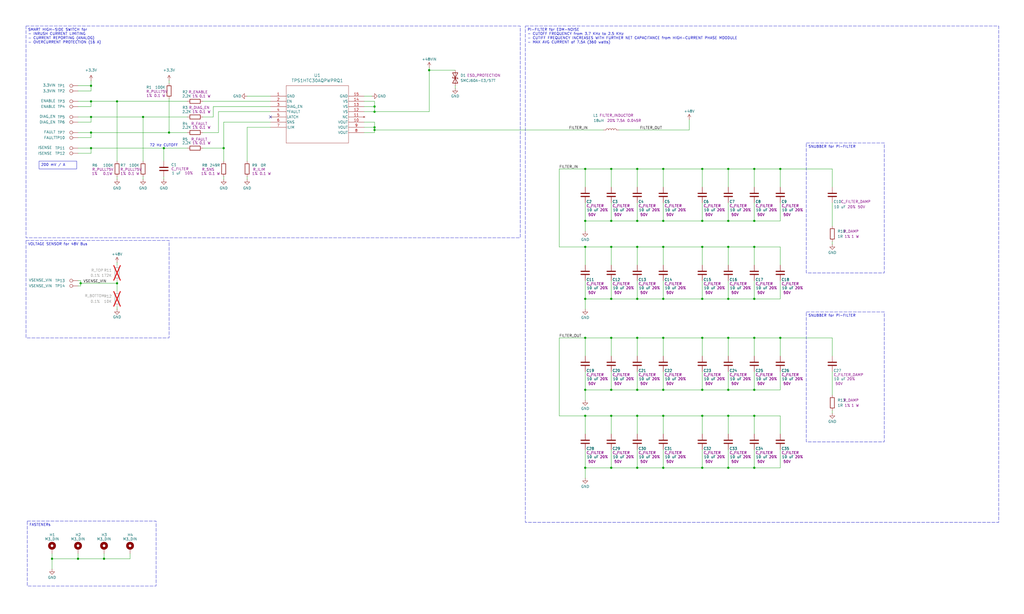
<source format=kicad_sch>
(kicad_sch (version 20250114) (generator "eeschema") (generator_version "9.0")
  (paper "User" 500 300)
  (title_block (title "Power Mangement Module") (date "2025-05-21") (rev "G") (company "Rack Robotics, Inc."))
  (text "72 Hz CUTOFF" (at 80.01 71.12 0) (effects (font (size 1.27 1.27))))
  (text_box "FASTENERs" (at 13.335 254.635 0) (size 62.865 31.75) (margins 0.9525 0.9525 0.9525 0.9525) (stroke (width 0) (type dash)) (effects (font (size 1.27 1.27)) (justify left top)))
  (text_box "Pi-FILTER for EDM-NOISE\n- CUTOFF FREQUENCY from 3.7 KHz to 2.5 KHz\n- CUTIFF FREQUENCY INCREASES WITH FURTHER NET CAPACITANCE from HIGH-CURRENT PHASE MDODULE\n- MAX AVG CURRENT of 7.5A (360 watts)" (at 256.54 12.7 0) (size 231.14 242.57) (margins 0.9525 0.9525 0.9525 0.9525) (stroke (width 0) (type dash)) (effects (font (size 1.27 1.27)) (justify left top)))
  (text_box "SNUBBER for Pi-FILTER" (at 393.7 152.4 0) (size 38.1 63.5) (margins 0.9525 0.9525 0.9525 0.9525) (stroke (width 0) (type dash)) (effects (font (size 1.27 1.27)) (justify left top)))
  (text_box "SMART HIGH-SIDE SWITCH for \n- INRUSH CURRENT LIMITING \n- CURRENT REPORTING (ANALOG) \n- OVERCURRENT PROTECTION (16 A)" (at 12.7 12.7 0) (size 241.3 103.505) (margins 0.9525 0.9525 0.9525 0.9525) (stroke (width 0) (type dash)) (effects (font (size 1.27 1.27)) (justify left top)))
  (text_box "SNUBBER for Pi-FILTER" (at 393.7 69.85 0) (size 38.1 63.5) (margins 0.9525 0.9525 0.9525 0.9525) (stroke (width 0) (type dash)) (effects (font (size 1.27 1.27)) (justify left top)))
  (text_box "200 mV / A" (at 19.05 78.74 0) (size 18.415 3.81) (margins 0.9525 0.9525 0.9525 0.9525) (effects (font (size 1.27 1.27)) (justify left top)))
  (text_box "VOLTAGE SENSOR for 48V Bus" (at 12.7 117.475 0) (size 69.85 47.625) (margins 0.9525 0.9525 0.9525 0.9525) (stroke (width 0) (type dash)) (effects (font (size 1.27 1.27)) (justify left top)))
  (junction (at 355.6 82.55))
  (junction (at 285.75 82.55))
  (junction (at 342.9 165.1))
  (junction (at 182.88 62.23))
  (junction (at 182.88 52.07))
  (junction (at 323.85 146.05))
  (junction (at 311.15 228.6))
  (junction (at 182.88 63.5))
  (junction (at 298.45 165.1))
  (junction (at 311.15 165.1))
  (junction (at 82.55 64.77))
  (junction (at 57.15 138.43))
  (junction (at 323.85 190.5))
  (junction (at 298.45 120.65))
  (junction (at 44.45 57.15))
  (junction (at 381 165.1))
  (junction (at 381 82.55))
  (junction (at 44.45 41.91))
  (junction (at 44.45 72.39))
  (junction (at 182.88 54.61))
  (junction (at 323.85 165.1))
  (junction (at 368.3 82.55))
  (junction (at 355.6 146.05))
  (junction (at 44.45 49.53))
  (junction (at 355.6 165.1))
  (junction (at 311.15 107.95))
  (junction (at 109.22 72.39))
  (junction (at 368.3 190.5))
  (junction (at 323.85 107.95))
  (junction (at 323.85 82.55))
  (junction (at 39.37 138.43))
  (junction (at 323.85 228.6))
  (junction (at 298.45 146.05))
  (junction (at 298.45 190.5))
  (junction (at 355.6 228.6))
  (junction (at 342.9 228.6))
  (junction (at 368.3 228.6))
  (junction (at 44.45 64.77))
  (junction (at 285.75 120.65))
  (junction (at 311.15 146.05))
  (junction (at 285.75 190.5))
  (junction (at 311.15 203.2))
  (junction (at 25.4 273.05))
  (junction (at 285.75 146.05))
  (junction (at 50.8 273.05))
  (junction (at 80.01 72.39))
  (junction (at 368.3 146.05))
  (junction (at 342.9 203.2))
  (junction (at 355.6 120.65))
  (junction (at 355.6 107.95))
  (junction (at 342.9 120.65))
  (junction (at 368.3 107.95))
  (junction (at 311.15 120.65))
  (junction (at 298.45 107.95))
  (junction (at 69.85 57.15))
  (junction (at 285.75 107.95))
  (junction (at 285.75 203.2))
  (junction (at 38.1 273.05))
  (junction (at 298.45 82.55))
  (junction (at 355.6 190.5))
  (junction (at 311.15 82.55))
  (junction (at 323.85 120.65))
  (junction (at 342.9 146.05))
  (junction (at 298.45 228.6))
  (junction (at 57.15 49.53))
  (junction (at 368.3 165.1))
  (junction (at 285.75 165.1))
  (junction (at 355.6 203.2))
  (junction (at 209.55 34.29))
  (junction (at 342.9 82.55))
  (junction (at 298.45 203.2))
  (junction (at 285.75 228.6))
  (junction (at 342.9 107.95))
  (junction (at 323.85 203.2))
  (junction (at 368.3 120.65))
  (junction (at 342.9 190.5))
  (junction (at 311.15 190.5))
  (junction (at 368.3 203.2))
  (no_connect (at 132.08 57.15))
  (wire (pts (xy 381 165.1) (xy 381 173.99)))
  (wire (pts (xy 406.4 165.1) (xy 381 165.1)))
  (wire (pts (xy 323.85 120.65) (xy 342.9 120.65)))
  (wire (pts (xy 44.45 49.53) (xy 57.15 49.53)))
  (wire (pts (xy 342.9 203.2) (xy 355.6 203.2)))
  (wire (pts (xy 381 137.16) (xy 381 146.05)))
  (wire (pts (xy 25.4 273.05) (xy 38.1 273.05)))
  (wire (pts (xy 368.3 219.71) (xy 368.3 228.6)))
  (wire (pts (xy 99.06 57.15) (xy 104.14 57.15)))
  (wire (pts (xy 336.55 58.42) (xy 336.55 63.5)))
  (wire (pts (xy 298.45 228.6) (xy 311.15 228.6)))
  (wire (pts (xy 285.75 190.5) (xy 298.45 190.5)))
  (wire (pts (xy 323.85 99.06) (xy 323.85 107.95)))
  (wire (pts (xy 323.85 203.2) (xy 342.9 203.2)))
  (wire (pts (xy 368.3 203.2) (xy 381 203.2)))
  (wire (pts (xy 38.1 44.45) (xy 44.45 44.45)))
  (wire (pts (xy 368.3 137.16) (xy 368.3 146.05)))
  (wire (pts (xy 311.15 190.5) (xy 323.85 190.5)))
  (wire (pts (xy 63.5 270.51) (xy 63.5 273.05)))
  (wire (pts (xy 368.3 82.55) (xy 381 82.55)))
  (wire (pts (xy 323.85 203.2) (xy 323.85 212.09)))
  (wire (pts (xy 342.9 120.65) (xy 355.6 120.65)))
  (wire (pts (xy 311.15 120.65) (xy 311.15 129.54)))
  (wire (pts (xy 44.45 67.31) (xy 44.45 64.77)))
  (wire (pts (xy 323.85 82.55) (xy 323.85 91.44)))
  (wire (pts (xy 120.65 62.23) (xy 132.08 62.23)))
  (wire (pts (xy 323.85 219.71) (xy 323.85 228.6)))
  (wire (pts (xy 177.8 59.69) (xy 182.88 59.69)))
  (wire (pts (xy 285.75 82.55) (xy 298.45 82.55)))
  (wire (pts (xy 182.88 63.5) (xy 294.64 63.5)))
  (wire (pts (xy 69.85 57.15) (xy 91.44 57.15)))
  (wire (pts (xy 298.45 190.5) (xy 311.15 190.5)))
  (wire (pts (xy 368.3 120.65) (xy 381 120.65)))
  (wire (pts (xy 298.45 120.65) (xy 311.15 120.65)))
  (wire (pts (xy 381 219.71) (xy 381 228.6)))
  (wire (pts (xy 323.85 181.61) (xy 323.85 190.5)))
  (wire (pts (xy 342.9 82.55) (xy 355.6 82.55)))
  (wire (pts (xy 311.15 165.1) (xy 323.85 165.1)))
  (wire (pts (xy 120.65 62.23) (xy 120.65 78.74)))
  (wire (pts (xy 342.9 203.2) (xy 342.9 212.09)))
  (wire (pts (xy 39.37 139.7) (xy 39.37 138.43)))
  (wire (pts (xy 82.55 39.37) (xy 82.55 40.64)))
  (wire (pts (xy 44.45 57.15) (xy 69.85 57.15)))
  (wire (pts (xy 406.4 181.61) (xy 406.4 193.04)))
  (wire (pts (xy 182.88 59.69) (xy 182.88 62.23)))
  (wire (pts (xy 91.44 64.77) (xy 82.55 64.77)))
  (wire (pts (xy 298.45 165.1) (xy 311.15 165.1)))
  (wire (pts (xy 355.6 146.05) (xy 368.3 146.05)))
  (wire (pts (xy 38.1 74.93) (xy 44.45 74.93)))
  (wire (pts (xy 57.15 128.27) (xy 57.15 129.54)))
  (wire (pts (xy 355.6 203.2) (xy 368.3 203.2)))
  (wire (pts (xy 50.8 273.05) (xy 63.5 273.05)))
  (wire (pts (xy 177.8 52.07) (xy 182.88 52.07)))
  (wire (pts (xy 80.01 72.39) (xy 91.44 72.39)))
  (wire (pts (xy 311.15 107.95) (xy 323.85 107.95)))
  (wire (pts (xy 177.8 46.99) (xy 181.61 46.99)))
  (wire (pts (xy 44.45 41.91) (xy 44.45 44.45)))
  (wire (pts (xy 381 181.61) (xy 381 190.5)))
  (wire (pts (xy 106.68 64.77) (xy 99.06 64.77)))
  (wire (pts (xy 44.45 59.69) (xy 44.45 57.15)))
  (wire (pts (xy 355.6 120.65) (xy 368.3 120.65)))
  (wire (pts (xy 311.15 228.6) (xy 323.85 228.6)))
  (wire (pts (xy 285.75 165.1) (xy 285.75 173.99)))
  (wire (pts (xy 311.15 203.2) (xy 323.85 203.2)))
  (wire (pts (xy 50.8 270.51) (xy 50.8 273.05)))
  (wire (pts (xy 381 99.06) (xy 381 107.95)))
  (wire (pts (xy 323.85 146.05) (xy 342.9 146.05)))
  (wire (pts (xy 355.6 99.06) (xy 355.6 107.95)))
  (wire (pts (xy 44.45 72.39) (xy 80.01 72.39)))
  (wire (pts (xy 298.45 219.71) (xy 298.45 228.6)))
  (wire (pts (xy 38.1 52.07) (xy 44.45 52.07)))
  (wire (pts (xy 38.1 41.91) (xy 44.45 41.91)))
  (wire (pts (xy 311.15 82.55) (xy 323.85 82.55)))
  (wire (pts (xy 406.4 200.66) (xy 406.4 201.93)))
  (wire (pts (xy 406.4 82.55) (xy 381 82.55)))
  (wire (pts (xy 355.6 203.2) (xy 355.6 212.09)))
  (wire (pts (xy 355.6 107.95) (xy 368.3 107.95)))
  (wire (pts (xy 182.88 63.5) (xy 182.88 64.77)))
  (wire (pts (xy 182.88 54.61) (xy 209.55 54.61)))
  (wire (pts (xy 311.15 137.16) (xy 311.15 146.05)))
  (wire (pts (xy 406.4 173.99) (xy 406.4 165.1)))
  (wire (pts (xy 285.75 203.2) (xy 273.05 203.2)))
  (wire (pts (xy 99.06 49.53) (xy 132.08 49.53)))
  (wire (pts (xy 44.45 52.07) (xy 44.45 49.53)))
  (wire (pts (xy 109.22 72.39) (xy 109.22 78.74)))
  (wire (pts (xy 182.88 49.53) (xy 182.88 52.07)))
  (wire (pts (xy 368.3 146.05) (xy 381 146.05)))
  (wire (pts (xy 285.75 137.16) (xy 285.75 146.05)))
  (wire (pts (xy 39.37 138.43) (xy 57.15 138.43)))
  (wire (pts (xy 285.75 233.68) (xy 285.75 228.6)))
  (wire (pts (xy 285.75 113.03) (xy 285.75 107.95)))
  (wire (pts (xy 311.15 146.05) (xy 323.85 146.05)))
  (wire (pts (xy 44.45 64.77) (xy 82.55 64.77)))
  (wire (pts (xy 323.85 107.95) (xy 342.9 107.95)))
  (wire (pts (xy 177.8 54.61) (xy 182.88 54.61)))
  (wire (pts (xy 311.15 181.61) (xy 311.15 190.5)))
  (wire (pts (xy 106.68 54.61) (xy 106.68 64.77)))
  (wire (pts (xy 57.15 49.53) (xy 91.44 49.53)))
  (wire (pts (xy 323.85 190.5) (xy 342.9 190.5)))
  (wire (pts (xy 44.45 74.93) (xy 44.45 72.39)))
  (wire (pts (xy 298.45 203.2) (xy 311.15 203.2)))
  (wire (pts (xy 38.1 137.16) (xy 39.37 137.16)))
  (wire (pts (xy 82.55 48.26) (xy 82.55 64.77)))
  (wire (pts (xy 311.15 165.1) (xy 311.15 173.99)))
  (wire (pts (xy 302.26 63.5) (xy 336.55 63.5)))
  (wire (pts (xy 80.01 72.39) (xy 80.01 78.74)))
  (wire (pts (xy 222.25 41.91) (xy 222.25 43.18)))
  (wire (pts (xy 285.75 120.65) (xy 285.75 129.54)))
  (wire (pts (xy 298.45 82.55) (xy 298.45 91.44)))
  (wire (pts (xy 342.9 165.1) (xy 355.6 165.1)))
  (wire (pts (xy 342.9 181.61) (xy 342.9 190.5)))
  (wire (pts (xy 69.85 86.36) (xy 69.85 87.63)))
  (wire (pts (xy 355.6 120.65) (xy 355.6 129.54)))
  (wire (pts (xy 109.22 59.69) (xy 132.08 59.69)))
  (wire (pts (xy 355.6 181.61) (xy 355.6 190.5)))
  (wire (pts (xy 209.55 34.29) (xy 222.25 34.29)))
  (wire (pts (xy 273.05 82.55) (xy 285.75 82.55)))
  (wire (pts (xy 182.88 52.07) (xy 182.88 54.61)))
  (wire (pts (xy 342.9 107.95) (xy 355.6 107.95)))
  (wire (pts (xy 355.6 165.1) (xy 355.6 173.99)))
  (wire (pts (xy 298.45 146.05) (xy 311.15 146.05)))
  (wire (pts (xy 132.08 54.61) (xy 106.68 54.61)))
  (wire (pts (xy 99.06 72.39) (xy 109.22 72.39)))
  (wire (pts (xy 368.3 203.2) (xy 368.3 212.09)))
  (wire (pts (xy 109.22 72.39) (xy 109.22 59.69)))
  (wire (pts (xy 342.9 165.1) (xy 342.9 173.99)))
  (wire (pts (xy 38.1 139.7) (xy 39.37 139.7)))
  (wire (pts (xy 57.15 149.86) (xy 57.15 151.13)))
  (wire (pts (xy 177.8 64.77) (xy 182.88 64.77)))
  (wire (pts (xy 381 203.2) (xy 381 212.09)))
  (wire (pts (xy 298.45 165.1) (xy 298.45 173.99)))
  (wire (pts (xy 285.75 120.65) (xy 298.45 120.65)))
  (wire (pts (xy 368.3 82.55) (xy 368.3 91.44)))
  (wire (pts (xy 273.05 203.2) (xy 273.05 165.1)))
  (wire (pts (xy 57.15 137.16) (xy 57.15 138.43)))
  (wire (pts (xy 298.45 137.16) (xy 298.45 146.05)))
  (wire (pts (xy 406.4 99.06) (xy 406.4 110.49)))
  (wire (pts (xy 381 82.55) (xy 381 91.44)))
  (wire (pts (xy 355.6 165.1) (xy 368.3 165.1)))
  (wire (pts (xy 57.15 49.53) (xy 57.15 78.74)))
  (wire (pts (xy 342.9 99.06) (xy 342.9 107.95)))
  (wire (pts (xy 311.15 219.71) (xy 311.15 228.6)))
  (wire (pts (xy 406.4 91.44) (xy 406.4 82.55)))
  (wire (pts (xy 177.8 49.53) (xy 182.88 49.53)))
  (wire (pts (xy 177.8 62.23) (xy 182.88 62.23)))
  (wire (pts (xy 323.85 82.55) (xy 342.9 82.55)))
  (wire (pts (xy 368.3 120.65) (xy 368.3 129.54)))
  (wire (pts (xy 311.15 99.06) (xy 311.15 107.95)))
  (wire (pts (xy 368.3 228.6) (xy 381 228.6)))
  (wire (pts (xy 311.15 120.65) (xy 323.85 120.65)))
  (wire (pts (xy 311.15 82.55) (xy 311.15 91.44)))
  (wire (pts (xy 342.9 219.71) (xy 342.9 228.6)))
  (wire (pts (xy 38.1 273.05) (xy 50.8 273.05)))
  (wire (pts (xy 342.9 146.05) (xy 355.6 146.05)))
  (wire (pts (xy 368.3 190.5) (xy 381 190.5)))
  (wire (pts (xy 38.1 49.53) (xy 44.45 49.53)))
  (wire (pts (xy 368.3 99.06) (xy 368.3 107.95)))
  (wire (pts (xy 39.37 137.16) (xy 39.37 138.43)))
  (wire (pts (xy 368.3 181.61) (xy 368.3 190.5)))
  (wire (pts (xy 104.14 57.15) (xy 104.14 52.07)))
  (wire (pts (xy 355.6 219.71) (xy 355.6 228.6)))
  (wire (pts (xy 285.75 120.65) (xy 273.05 120.65)))
  (wire (pts (xy 44.45 64.77) (xy 38.1 64.77)))
  (wire (pts (xy 273.05 165.1) (xy 285.75 165.1)))
  (wire (pts (xy 44.45 39.37) (xy 44.45 41.91)))
  (wire (pts (xy 323.85 228.6) (xy 342.9 228.6)))
  (wire (pts (xy 285.75 219.71) (xy 285.75 228.6)))
  (wire (pts (xy 342.9 190.5) (xy 355.6 190.5)))
  (wire (pts (xy 209.55 33.02) (xy 209.55 34.29)))
  (wire (pts (xy 311.15 203.2) (xy 311.15 212.09)))
  (wire (pts (xy 355.6 82.55) (xy 355.6 91.44)))
  (wire (pts (xy 323.85 120.65) (xy 323.85 129.54)))
  (wire (pts (xy 355.6 82.55) (xy 368.3 82.55)))
  (wire (pts (xy 342.9 82.55) (xy 342.9 91.44)))
  (wire (pts (xy 298.45 107.95) (xy 311.15 107.95)))
  (wire (pts (xy 209.55 34.29) (xy 209.55 54.61)))
  (wire (pts (xy 120.65 46.99) (xy 132.08 46.99)))
  (wire (pts (xy 182.88 62.23) (xy 182.88 63.5)))
  (wire (pts (xy 298.45 82.55) (xy 311.15 82.55)))
  (wire (pts (xy 285.75 107.95) (xy 298.45 107.95)))
  (wire (pts (xy 285.75 181.61) (xy 285.75 190.5)))
  (wire (pts (xy 104.14 52.07) (xy 132.08 52.07)))
  (wire (pts (xy 25.4 270.51) (xy 25.4 273.05)))
  (wire (pts (xy 285.75 195.58) (xy 285.75 190.5)))
  (wire (pts (xy 38.1 59.69) (xy 44.45 59.69)))
  (wire (pts (xy 298.45 203.2) (xy 298.45 212.09)))
  (wire (pts (xy 285.75 99.06) (xy 285.75 107.95)))
  (wire (pts (xy 57.15 138.43) (xy 57.15 142.24)))
  (wire (pts (xy 25.4 273.05) (xy 25.4 278.13)))
  (wire (pts (xy 57.15 86.36) (xy 57.15 87.63)))
  (wire (pts (xy 80.01 86.36) (xy 80.01 87.63)))
  (wire (pts (xy 298.45 181.61) (xy 298.45 190.5)))
  (wire (pts (xy 342.9 120.65) (xy 342.9 129.54)))
  (wire (pts (xy 406.4 118.11) (xy 406.4 119.38)))
  (wire (pts (xy 355.6 137.16) (xy 355.6 146.05)))
  (wire (pts (xy 368.3 165.1) (xy 368.3 173.99)))
  (wire (pts (xy 342.9 228.6) (xy 355.6 228.6)))
  (wire (pts (xy 38.1 57.15) (xy 44.45 57.15)))
  (wire (pts (xy 298.45 99.06) (xy 298.45 107.95)))
  (wire (pts (xy 285.75 203.2) (xy 285.75 212.09)))
  (wire (pts (xy 285.75 165.1) (xy 298.45 165.1)))
  (wire (pts (xy 381 120.65) (xy 381 129.54)))
  (wire (pts (xy 69.85 57.15) (xy 69.85 78.74)))
  (wire (pts (xy 44.45 72.39) (xy 38.1 72.39)))
  (wire (pts (xy 323.85 165.1) (xy 323.85 173.99)))
  (wire (pts (xy 298.45 120.65) (xy 298.45 129.54)))
  (wire (pts (xy 109.22 86.36) (xy 109.22 87.63)))
  (wire (pts (xy 285.75 82.55) (xy 285.75 91.44)))
  (wire (pts (xy 342.9 137.16) (xy 342.9 146.05)))
  (wire (pts (xy 355.6 228.6) (xy 368.3 228.6)))
  (wire (pts (xy 323.85 165.1) (xy 342.9 165.1)))
  (wire (pts (xy 273.05 120.65) (xy 273.05 82.55)))
  (wire (pts (xy 38.1 270.51) (xy 38.1 273.05)))
  (wire (pts (xy 323.85 137.16) (xy 323.85 146.05)))
  (wire (pts (xy 285.75 203.2) (xy 298.45 203.2)))
  (wire (pts (xy 285.75 146.05) (xy 298.45 146.05)))
  (wire (pts (xy 368.3 165.1) (xy 381 165.1)))
  (wire (pts (xy 120.65 86.36) (xy 120.65 87.63)))
  (wire (pts (xy 38.1 67.31) (xy 44.45 67.31)))
  (wire (pts (xy 285.75 151.13) (xy 285.75 146.05)))
  (wire (pts (xy 285.75 228.6) (xy 298.45 228.6)))
  (wire (pts (xy 368.3 107.95) (xy 381 107.95)))
  (wire (pts (xy 355.6 190.5) (xy 368.3 190.5)))
  (label "FILTER_OUT" (at 273.05 165.1 0))
  (label "VSENSE_VIN" (at 40.64 138.43 0))
  (label "FILTER_OUT" (at 312.42 63.5 0))
  (label "FILTER_IN" (at 273.05 82.55 0))
  (label "FILTER_IN" (at 287.02 63.5 180))
  (symbol (lib_id "power:GND") (at 120.65 46.99 270) (unit 1)
    (property "Reference" "#PWR05" (effects (hide yes)))
    (property "Value" "GND" (at 115.824 46.99 90))
    (property "Description" "Power symbol creates a global label with name \"GND\" , ground" (effects (hide yes)))
  )
  (symbol (lib_id "Device:C") (at 298.45 215.9 0) (unit 1)
    (property "Reference" "C29" (at 298.958 219.202 0) (effects (justify left)))
    (property "Value" "10 uF" (at 299.212 223.266 0) (effects (justify left)))
    (property "Footprint" "Capacitor_SMD:C_1206_3216Metric" (effects (hide yes)))
    (property "Datasheet" "https://www.yageo.com/upload/media/product/app/datasheet/mlcc/upy-np0x7r_mv_100-to-630v.pdf" (effects (hide yes)))
    (property "Description" "10 µF ±20% 50V Ceramic Capacitor X5R 1206 (3216 Metric)" (effects (hide yes)))
    (property "Manufacturer" "Samsung Electro-Mechanics" (effects (hide yes)))
    (property "Manufacturer#" "CL31A106MBHNNNE" (effects (hide yes)))
    (property "Distributor" "Digikey Electronics, Inc." (effects (hide yes)))
    (property "Distributor#" "1276-6736-1-ND" (effects (hide yes)))
    (property "Role" "C_FILTER" (at 303.276 221.234 0))
    (property "Tolerance" "20%" (at 307.594 223.266 0))
    (property "Max Voltage" "50V" (at 301.752 225.552 0))
    (property "LCSC Part #" "C96600" (effects (hide yes)))
  )
  (symbol (lib_id "Device:R") (at 57.15 82.55 0) (unit 1)
    (property "Reference" "R6" (at 44.958 80.772 0) (effects (justify left)))
    (property "Value" "100K" (at 50.292 80.772 0) (effects (justify left)))
    (property "Footprint" "Resistor_SMD:R_0603_1608Metric" (effects (hide yes)))
    (property "Datasheet" "https://www.vishay.com/docs/20035/dcrcwe3.pdf" (effects (hide yes)))
    (property "Description" "100 kOhms ±1% 0.1W, 1/10W Chip Resistor 0603 (1608 Metric) Automotive AEC-Q200 Thick Film" (effects (hide yes)))
    (property "Manufacturer" "Vishay Intertech" (effects (hide yes)))
    (property "Manufacturer#" "CRCW0603100KFKEA" (effects (hide yes)))
    (property "Distributor" "Digikey Electronics, Inc." (effects (hide yes)))
    (property "Distributor#" "CRCW0603100KFKEA" (effects (hide yes)))
    (property "Role" "R_PULL" (at 48.514 82.804 0))
    (property "Power" "0.1W" (at 52.578 84.836 0))
    (property "Tolerance" "1%" (at 46.228 84.836 0))
    (property "Max Voltage" "75V" (at 53.594 82.804 0))
    (property "LCSC Part #" "C844916" (effects (hide yes)))
  )
  (symbol (lib_id "Device:R") (at 95.25 49.53 90) (unit 1)
    (property "Reference" "R2" (at 91.694 44.958 90) (effects (justify left)))
    (property "Value" "2.2K" (at 93.472 46.99 90) (effects (justify left)))
    (property "Footprint" "Resistor_SMD:R_0603_1608Metric" (effects (hide yes)))
    (property "Datasheet" "https://www.yageo.com/upload/media/product/products/datasheet/rchip/PYu-RC_Group_51_RoHS_L_12.pdf" (effects (hide yes)))
    (property "Description" "2.2 kOhms ±1% 0.1W, 1/10W Chip Resistor 0603 (1608 Metric) Moisture Resistant Thick Film" (effects (hide yes)))
    (property "Manufacturer" "YAGEO" (effects (hide yes)))
    (property "Manufacturer#" "RC0603FR-132K2L" (effects (hide yes)))
    (property "Distributor" "Digikey Electronics, Inc." (effects (hide yes)))
    (property "Distributor#" "13-RC0603FR-132K2LCT-ND" (effects (hide yes)))
    (property "Role" "R_ENABLE" (at 96.774 44.958 90))
    (property "Power" "0.1 W" (at 100.076 46.99 90))
    (property "Tolerance" "1%" (at 95.25 46.99 90))
    (property "LCSC Part #" "C114662" (effects (hide yes)))
  )
  (symbol (lib_id "Device:R") (at 57.15 146.05 0) (mirror y) (unit 1) (in_bom no) (dnp yes)
    (property "Reference" "R12" (at 54.61 144.7799 0) (effects (justify left)))
    (property "Value" "10K" (at 54.61 147.3199 0) (effects (justify left)))
    (property "Footprint" "Resistor_SMD:R_0603_1608Metric" (effects (hide yes)))
    (property "Datasheet" "https://www.yageo.com/upload/media/product/products/datasheet/rchip/PYu-RC_Group_51_RoHS_L_12.pdf" (effects (hide yes)))
    (property "Description" "10 kOhms ±0.1% 0.1W, 1/10W Chip Resistor 0603 (1608 Metric) Moisture Resistant Thick Film" (effects (hide yes)))
    (property "Tolerance" "0.1%" (at 46.482 147.32 0))
    (property "Role" "R_BOTTOM" (at 46.228 144.526 0))
    (property "Manufacturer#" "YAGEO" (effects (hide yes)))
    (property "Distributor" "Digikey Electronics, Inc." (effects (hide yes)))
    (property "Distributor#" "13-RC0603BR-0710KLCT-ND" (effects (hide yes)))
    (property "Manufacturer" "RC0603BR-0710KL" (effects (hide yes)))
  )
  (symbol (lib_id "Device:C") (at 381 177.8 0) (unit 1)
    (property "Reference" "C26" (at 381.508 181.102 0) (effects (justify left)))
    (property "Value" "10 uF" (at 381.762 185.166 0) (effects (justify left)))
    (property "Footprint" "Capacitor_SMD:C_1206_3216Metric" (effects (hide yes)))
    (property "Datasheet" "https://www.yageo.com/upload/media/product/app/datasheet/mlcc/upy-np0x7r_mv_100-to-630v.pdf" (effects (hide yes)))
    (property "Description" "10 µF ±20% 50V Ceramic Capacitor X5R 1206 (3216 Metric)" (effects (hide yes)))
    (property "Manufacturer" "Samsung Electro-Mechanics" (effects (hide yes)))
    (property "Manufacturer#" "CL31A106MBHNNNE" (effects (hide yes)))
    (property "Distributor" "Digikey Electronics, Inc." (effects (hide yes)))
    (property "Distributor#" "1276-6736-1-ND" (effects (hide yes)))
    (property "Role" "C_FILTER" (at 385.826 183.134 0))
    (property "Tolerance" "20%" (at 390.144 185.166 0))
    (property "Max Voltage" "50V" (at 384.302 187.452 0))
    (property "LCSC Part #" "C96600" (effects (hide yes)))
  )
  (symbol (lib_id "Device:C") (at 406.4 95.25 0) (unit 1)
    (property "Reference" "C10" (at 406.908 98.552 0) (effects (justify left)))
    (property "Value" "10 uF" (at 407.162 101.092 0) (effects (justify left)))
    (property "Footprint" "Capacitor_SMD:C_1206_3216Metric" (effects (hide yes)))
    (property "Datasheet" "https://www.yageo.com/upload/media/product/app/datasheet/mlcc/upy-np0x7r_mv_100-to-630v.pdf" (effects (hide yes)))
    (property "Description" "10 µF ±20% 50V Ceramic Capacitor X5R 1206 (3216 Metric)" (effects (hide yes)))
    (property "Manufacturer" "Samsung Electro-Mechanics" (effects (hide yes)))
    (property "Manufacturer#" "CL31A106MBHNNNE" (effects (hide yes)))
    (property "Distributor" "Digikey Electronics, Inc." (effects (hide yes)))
    (property "Distributor#" "1276-6736-1-ND" (effects (hide yes)))
    (property "Role" "C_FILTER_DAMP" (at 417.83 98.552 0))
    (property "Tolerance" "20%" (at 415.798 101.092 0))
    (property "Max Voltage" "50V" (at 420.624 101.092 0))
    (property "LCSC Part #" "C96600" (effects (hide yes)))
  )
  (symbol (lib_id "Device:C") (at 285.75 215.9 0) (unit 1)
    (property "Reference" "C28" (at 286.258 219.202 0) (effects (justify left)))
    (property "Value" "10 uF" (at 286.512 223.266 0) (effects (justify left)))
    (property "Footprint" "Capacitor_SMD:C_1206_3216Metric" (effects (hide yes)))
    (property "Datasheet" "https://www.yageo.com/upload/media/product/app/datasheet/mlcc/upy-np0x7r_mv_100-to-630v.pdf" (effects (hide yes)))
    (property "Description" "10 µF ±20% 50V Ceramic Capacitor X5R 1206 (3216 Metric)" (effects (hide yes)))
    (property "Manufacturer" "Samsung Electro-Mechanics" (effects (hide yes)))
    (property "Manufacturer#" "CL31A106MBHNNNE" (effects (hide yes)))
    (property "Distributor" "Digikey Electronics, Inc." (effects (hide yes)))
    (property "Distributor#" "1276-6736-1-ND" (effects (hide yes)))
    (property "Role" "C_FILTER" (at 290.576 221.234 0))
    (property "Tolerance" "20%" (at 294.894 223.266 0))
    (property "Max Voltage" "50V" (at 289.052 225.552 0))
    (property "LCSC Part #" "C96600" (effects (hide yes)))
  )
  (symbol (lib_id "Device:R") (at 120.65 82.55 0) (unit 1)
    (property "Reference" "R9" (at 122.936 80.772 0) (effects (justify left)))
    (property "Value" "0R" (at 127.254 80.772 0) (effects (justify left)))
    (property "Footprint" "Resistor_SMD:R_0603_1608Metric" (effects (hide yes)))
    (property "Datasheet" "https://www.yageo.com/upload/media/product/products/datasheet/rchip/PYu-RC_Group_51_RoHS_L_12.pdf" (effects (hide yes)))
    (property "Description" "0 Ohm Shunt Resistor Jumper" (effects (hide yes)))
    (property "Manufacturer" "YAGEO" (effects (hide yes)))
    (property "Manufacturer#" "RC0603JR-070RL" (effects (hide yes)))
    (property "Distributor" "Digikey Electronics, Inc." (effects (hide yes)))
    (property "Distributor#" "311-0.0GRCT-ND" (effects (hide yes)))
    (property "Role" "R_ILIM" (at 126.492 82.804 0))
    (property "Power" "0.1 W" (at 129.54 84.836 0))
    (property "Tolerance" "1%" (at 124.46 84.836 0))
    (property "LCSC Part #" "C95177" (effects (hide yes)))
  )
  (symbol (lib_id "power:GND") (at 57.15 151.13 0) (mirror y) (unit 1)
    (property "Reference" "#PWR016" (effects (hide yes)))
    (property "Value" "GND" (at 57.15 154.94 0))
    (property "Description" "Power symbol creates a global label with name \"GND\" , ground" (effects (hide yes)))
  )
  (symbol (lib_id "Device:C") (at 381 215.9 0) (unit 1)
    (property "Reference" "C35" (at 381.508 219.202 0) (effects (justify left)))
    (property "Value" "10 uF" (at 381.762 223.266 0) (effects (justify left)))
    (property "Footprint" "Capacitor_SMD:C_1206_3216Metric" (effects (hide yes)))
    (property "Datasheet" "https://www.yageo.com/upload/media/product/app/datasheet/mlcc/upy-np0x7r_mv_100-to-630v.pdf" (effects (hide yes)))
    (property "Description" "10 µF ±20% 50V Ceramic Capacitor X5R 1206 (3216 Metric)" (effects (hide yes)))
    (property "Manufacturer" "Samsung Electro-Mechanics" (effects (hide yes)))
    (property "Manufacturer#" "CL31A106MBHNNNE" (effects (hide yes)))
    (property "Distributor" "Digikey Electronics, Inc." (effects (hide yes)))
    (property "Distributor#" "1276-6736-1-ND" (effects (hide yes)))
    (property "Role" "C_FILTER" (at 385.826 221.234 0))
    (property "Tolerance" "20%" (at 390.144 223.266 0))
    (property "Max Voltage" "50V" (at 384.302 225.552 0))
    (property "LCSC Part #" "C96600" (effects (hide yes)))
  )
  (symbol (lib_id "Device:C") (at 323.85 177.8 0) (unit 1)
    (property "Reference" "C22" (at 324.358 181.102 0) (effects (justify left)))
    (property "Value" "10 uF" (at 324.612 185.166 0) (effects (justify left)))
    (property "Footprint" "Capacitor_SMD:C_1206_3216Metric" (effects (hide yes)))
    (property "Datasheet" "https://www.yageo.com/upload/media/product/app/datasheet/mlcc/upy-np0x7r_mv_100-to-630v.pdf" (effects (hide yes)))
    (property "Description" "10 µF ±20% 50V Ceramic Capacitor X5R 1206 (3216 Metric)" (effects (hide yes)))
    (property "Manufacturer" "Samsung Electro-Mechanics" (effects (hide yes)))
    (property "Manufacturer#" "CL31A106MBHNNNE" (effects (hide yes)))
    (property "Distributor" "Digikey Electronics, Inc." (effects (hide yes)))
    (property "Distributor#" "1276-6736-1-ND" (effects (hide yes)))
    (property "Role" "C_FILTER" (at 328.676 183.134 0))
    (property "Tolerance" "20%" (at 332.994 185.166 0))
    (property "Max Voltage" "50V" (at 327.152 187.452 0))
    (property "LCSC Part #" "C96600" (effects (hide yes)))
  )
  (symbol (lib_id "power:+48V") (at 209.55 33.02 0) (unit 1)
    (property "Reference" "#PWR01" (effects (hide yes)))
    (property "Value" "+48VIN" (at 209.55 28.956 0))
    (property "Description" "Power symbol creates a global label with name \"+48V\"" (effects (hide yes)))
  )
  (symbol (lib_id "Mechanical:MountingHole_Pad") (at 38.1 267.97 0) (unit 1) (exclude_from_sim yes) (in_bom no)
    (property "Reference" "H2" (at 36.83 261.366 0) (effects (justify left)))
    (property "Value" "M3_DIN" (at 34.544 263.398 0) (effects (justify left)))
    (property "Footprint" "MountingHole:MountingHole_3.2mm_M3_DIN965_Pad_TopBottom" (effects (hide yes)))
    (property "Datasheet" "NULL" (effects (hide yes)))
    (property "Description" "M3 Mounting hole with op & bottom pads exposed" (effects (hide yes)))
    (property "Manufacturer" "NULL" (effects (hide yes)))
    (property "Manufacturer#" "NULL" (effects (hide yes)))
    (property "Distributor" "NULL" (effects (hide yes)))
    (property "Distributor#" "NULL" (effects (hide yes)))
    (property "Role" "NULL" (effects (hide yes)))
  )
  (symbol (lib_id "Device:R") (at 95.25 72.39 90) (unit 1)
    (property "Reference" "R5" (at 91.694 68.072 90) (effects (justify left)))
    (property "Value" "2.2K" (at 93.472 69.85 90) (effects (justify left)))
    (property "Footprint" "Resistor_SMD:R_0603_1608Metric" (effects (hide yes)))
    (property "Datasheet" "https://www.yageo.com/upload/media/product/products/datasheet/rchip/PYu-RC_Group_51_RoHS_L_12.pdf" (effects (hide yes)))
    (property "Description" "2.2 kOhms ±1% 0.1W, 1/10W Chip Resistor 0603 (1608 Metric) Moisture Resistant Thick Film" (effects (hide yes)))
    (property "Manufacturer" "YAGEO" (effects (hide yes)))
    (property "Manufacturer#" "RC0603FR-132K2L" (effects (hide yes)))
    (property "Distributor" "Digikey Electronics, Inc." (effects (hide yes)))
    (property "Distributor#" "13-RC0603FR-132K2LCT-ND" (effects (hide yes)))
    (property "Role" "R_FAULT" (at 97.282 68.072 90))
    (property "Power" "0.1 W" (at 100.076 69.85 90))
    (property "Tolerance" "1%" (at 95.25 69.85 90))
    (property "LCSC Part #" "C114662" (effects (hide yes)))
  )
  (symbol (lib_id "Connector:TestPoint") (at 38.1 44.45 90) (unit 1) (in_bom no)
    (property "Reference" "TP2" (at 31.75 44.45 90) (effects (justify left)))
    (property "Value" "3.3VIN" (at 27.178 44.45 90) (effects (justify left)))
    (property "Footprint" "TestPoint:TestPoint_Pad_2.0x2.0mm" (effects (hide yes)))
    (property "Datasheet" "NULL" (effects (hide yes)))
    (property "Description" "NULL" (effects (hide yes)))
    (property "Manufacturer" "NULL" (effects (hide yes)))
    (property "Manufacturer#" "NULL" (effects (hide yes)))
    (property "Distributor" "NULL" (effects (hide yes)))
    (property "Distributor#" "NULL" (effects (hide yes)))
    (property "Role" "NULL" (effects (hide yes)))
  )
  (symbol (lib_id "Device:C") (at 342.9 215.9 0) (unit 1)
    (property "Reference" "C32" (at 343.408 219.202 0) (effects (justify left)))
    (property "Value" "10 uF" (at 343.662 223.266 0) (effects (justify left)))
    (property "Footprint" "Capacitor_SMD:C_1206_3216Metric" (effects (hide yes)))
    (property "Datasheet" "https://www.yageo.com/upload/media/product/app/datasheet/mlcc/upy-np0x7r_mv_100-to-630v.pdf" (effects (hide yes)))
    (property "Description" "10 µF ±20% 50V Ceramic Capacitor X5R 1206 (3216 Metric)" (effects (hide yes)))
    (property "Manufacturer" "Samsung Electro-Mechanics" (effects (hide yes)))
    (property "Manufacturer#" "CL31A106MBHNNNE" (effects (hide yes)))
    (property "Distributor" "Digikey Electronics, Inc." (effects (hide yes)))
    (property "Distributor#" "1276-6736-1-ND" (effects (hide yes)))
    (property "Role" "C_FILTER" (at 347.726 221.234 0))
    (property "Tolerance" "20%" (at 352.044 223.266 0))
    (property "Max Voltage" "50V" (at 346.202 225.552 0))
    (property "LCSC Part #" "C96600" (effects (hide yes)))
  )
  (symbol (lib_id "Mechanical:MountingHole_Pad") (at 25.4 267.97 0) (unit 1) (exclude_from_sim yes) (in_bom no)
    (property "Reference" "H1" (at 24.13 261.366 0) (effects (justify left)))
    (property "Value" "M3_DIN" (at 21.844 263.398 0) (effects (justify left)))
    (property "Footprint" "MountingHole:MountingHole_3.2mm_M3_DIN965_Pad_TopBottom" (effects (hide yes)))
    (property "Datasheet" "NULL" (effects (hide yes)))
    (property "Description" "M3 Mounting hole with op & bottom pads exposed" (effects (hide yes)))
    (property "Manufacturer" "NULL" (effects (hide yes)))
    (property "Manufacturer#" "NULL" (effects (hide yes)))
    (property "Distributor" "NULL" (effects (hide yes)))
    (property "Distributor#" "NULL" (effects (hide yes)))
    (property "Role" "NULL" (effects (hide yes)))
  )
  (symbol (lib_id "power:GND") (at 120.65 87.63 0) (unit 1)
    (property "Reference" "#PWR012" (effects (hide yes)))
    (property "Value" "GND" (at 120.65 91.948 0))
    (property "Description" "Power symbol creates a global label with name \"GND\" , ground" (effects (hide yes)))
  )
  (symbol (lib_id "power:+3.3V") (at 82.55 39.37 0) (unit 1)
    (property "Reference" "#PWR03" (effects (hide yes)))
    (property "Value" "+3.3V" (at 82.55 34.29 0))
    (property "Description" "Power symbol creates a global label with name \"+3.3V\"" (effects (hide yes)))
  )
  (symbol (lib_id "power:GND") (at 222.25 43.18 0) (unit 1)
    (property "Reference" "#PWR04" (effects (hide yes)))
    (property "Value" "GND" (at 222.25 46.99 0))
    (property "Description" "Power symbol creates a global label with name \"GND\" , ground" (effects (hide yes)))
  )
  (symbol (lib_id "Device:R") (at 109.22 82.55 0) (unit 1)
    (property "Reference" "R8" (at 98.552 80.772 0) (effects (justify left)))
    (property "Value" "249R" (at 102.362 80.772 0) (effects (justify left)))
    (property "Footprint" "Resistor_SMD:R_0603_1608Metric" (effects (hide yes)))
    (property "Datasheet" "https://www.yageo.com/upload/media/product/app/datasheet/rchip/pyu-rt_1-to-0.01_rohs_l.pdf" (effects (hide yes)))
    (property "Description" "249 Ohms ±0.1% 0.1W, 1/10W Chip Resistor 0603 (1608 Metric) Thin Film" (effects (hide yes)))
    (property "Manufacturer" "YAGEO" (effects (hide yes)))
    (property "Manufacturer#" "RT0603BRD07249RL" (effects (hide yes)))
    (property "Distributor" "Digikey Electronics, Inc." (effects (hide yes)))
    (property "Distributor#" "YAG1597CT-ND" (effects (hide yes)))
    (property "Role" "R_SNS" (at 101.6 82.804 0))
    (property "Power" "0.1 W" (at 104.648 84.836 0))
    (property "Tolerance" "1%" (at 99.568 84.836 0))
    (property "LCSC Part #" "C861249" (effects (hide yes)))
  )
  (symbol (lib_id "Mechanical:MountingHole_Pad") (at 63.5 267.97 0) (unit 1) (exclude_from_sim yes) (in_bom no)
    (property "Reference" "H4" (at 62.23 261.366 0) (effects (justify left)))
    (property "Value" "M3_DIN" (at 59.944 263.398 0) (effects (justify left)))
    (property "Footprint" "MountingHole:MountingHole_3.2mm_M3_DIN965_Pad_TopBottom" (effects (hide yes)))
    (property "Datasheet" "NULL" (effects (hide yes)))
    (property "Description" "M3 Mounting hole with op & bottom pads exposed" (effects (hide yes)))
    (property "Manufacturer" "NULL" (effects (hide yes)))
    (property "Manufacturer#" "NULL" (effects (hide yes)))
    (property "Distributor" "NULL" (effects (hide yes)))
    (property "Distributor#" "NULL" (effects (hide yes)))
    (property "Role" "NULL" (effects (hide yes)))
  )
  (symbol (lib_id "power:+48V") (at 57.15 128.27 0) (unit 1)
    (property "Reference" "#PWR015" (effects (hide yes)))
    (property "Value" "+48V" (at 57.15 124.206 0))
    (property "Description" "Power symbol creates a global label with name \"+48V\"" (effects (hide yes)))
  )
  (symbol (lib_id "Device:R") (at 95.25 57.15 90) (unit 1)
    (property "Reference" "R3" (at 91.694 52.578 90) (effects (justify left)))
    (property "Value" "2.2K" (at 93.472 54.61 90) (effects (justify left)))
    (property "Footprint" "Resistor_SMD:R_0603_1608Metric" (effects (hide yes)))
    (property "Datasheet" "https://www.yageo.com/upload/media/product/products/datasheet/rchip/PYu-RC_Group_51_RoHS_L_12.pdf" (effects (hide yes)))
    (property "Description" "2.2 kOhms ±1% 0.1W, 1/10W Chip Resistor 0603 (1608 Metric) Moisture Resistant Thick Film" (effects (hide yes)))
    (property "Manufacturer" "YAGEO" (effects (hide yes)))
    (property "Manufacturer#" "RC0603FR-132K2L" (effects (hide yes)))
    (property "Distributor" "Digikey Electronics, Inc." (effects (hide yes)))
    (property "Distributor#" "13-RC0603FR-132K2LCT-ND" (effects (hide yes)))
    (property "Role" "R_DIAG_EN" (at 97.282 52.578 90))
    (property "Power" "0.1 W" (at 100.076 54.61 90))
    (property "Tolerance" "1%" (at 95.25 54.61 90))
    (property "LCSC Part #" "C114662" (effects (hide yes)))
  )
  (symbol (lib_id "power:GND") (at 406.4 201.93 0) (unit 1)
    (property "Reference" "#PWR019" (effects (hide yes)))
    (property "Value" "GND" (at 406.4 205.994 0))
    (property "Description" "Power symbol creates a global label with name \"GND\" , ground" (effects (hide yes)))
  )
  (symbol (lib_id "Connector:TestPoint") (at 38.1 137.16 90) (unit 1) (in_bom no)
    (property "Reference" "TP13" (at 31.75 137.16 90) (effects (justify left)))
    (property "Value" "VSENSE_VIN" (at 25.4 136.906 90) (effects (justify left)))
    (property "Footprint" "TestPoint:TestPoint_Pad_2.0x2.0mm" (effects (hide yes)))
    (property "Datasheet" "NULL" (effects (hide yes)))
    (property "Description" "NULL" (effects (hide yes)))
    (property "Manufacturer" "NULL" (effects (hide yes)))
    (property "Manufacturer#" "NULL" (effects (hide yes)))
    (property "Distributor" "NULL" (effects (hide yes)))
    (property "Distributor#" "NULL" (effects (hide yes)))
    (property "Role" "NULL" (effects (hide yes)))
  )
  (symbol (lib_id "power:GND") (at 69.85 87.63 0) (unit 1)
    (property "Reference" "#PWR09" (effects (hide yes)))
    (property "Value" "GND" (at 69.85 91.948 0))
    (property "Description" "Power symbol creates a global label with name \"GND\" , ground" (effects (hide yes)))
  )
  (symbol (lib_id "Device:C") (at 406.4 177.8 0) (unit 1)
    (property "Reference" "C27" (at 406.908 181.102 0) (effects (justify left)))
    (property "Value" "10 uF" (at 407.162 185.166 0) (effects (justify left)))
    (property "Footprint" "Capacitor_SMD:C_1206_3216Metric" (effects (hide yes)))
    (property "Datasheet" "https://www.yageo.com/upload/media/product/app/datasheet/mlcc/upy-np0x7r_mv_100-to-630v.pdf" (effects (hide yes)))
    (property "Description" "10 µF ±20% 50V Ceramic Capacitor X5R 1206 (3216 Metric)" (effects (hide yes)))
    (property "Manufacturer" "Samsung Electro-Mechanics" (effects (hide yes)))
    (property "Manufacturer#" "CL31A106MBHNNNE" (effects (hide yes)))
    (property "Distributor" "Digikey Electronics, Inc." (effects (hide yes)))
    (property "Distributor#" "1276-6736-1-ND" (effects (hide yes)))
    (property "Role" "C_FILTER_DAMP" (at 414.274 183.134 0))
    (property "Tolerance" "20%" (at 415.544 185.166 0))
    (property "Max Voltage" "50V" (at 409.702 187.452 0))
    (property "LCSC Part #" "C96600" (effects (hide yes)))
  )
  (symbol (lib_id "power:+48V") (at 336.55 58.42 0) (unit 1)
    (property "Reference" "#PWR07" (effects (hide yes)))
    (property "Value" "+48V" (at 336.55 54.356 0))
    (property "Description" "Power symbol creates a global label with name \"+48V\"" (effects (hide yes)))
  )
  (symbol (lib_id "Device:C") (at 342.9 177.8 0) (unit 1)
    (property "Reference" "C23" (at 343.408 181.102 0) (effects (justify left)))
    (property "Value" "10 uF" (at 343.662 185.166 0) (effects (justify left)))
    (property "Footprint" "Capacitor_SMD:C_1206_3216Metric" (effects (hide yes)))
    (property "Datasheet" "https://www.yageo.com/upload/media/product/app/datasheet/mlcc/upy-np0x7r_mv_100-to-630v.pdf" (effects (hide yes)))
    (property "Description" "10 µF ±20% 50V Ceramic Capacitor X5R 1206 (3216 Metric)" (effects (hide yes)))
    (property "Manufacturer" "Samsung Electro-Mechanics" (effects (hide yes)))
    (property "Manufacturer#" "CL31A106MBHNNNE" (effects (hide yes)))
    (property "Distributor" "Digikey Electronics, Inc." (effects (hide yes)))
    (property "Distributor#" "1276-6736-1-ND" (effects (hide yes)))
    (property "Role" "C_FILTER" (at 347.726 183.134 0))
    (property "Tolerance" "20%" (at 352.044 185.166 0))
    (property "Max Voltage" "50V" (at 346.202 187.452 0))
    (property "LCSC Part #" "C96600" (effects (hide yes)))
  )
  (symbol (lib_id "power:GND") (at 57.15 87.63 0) (unit 1)
    (property "Reference" "#PWR08" (effects (hide yes)))
    (property "Value" "GND" (at 57.15 91.948 0))
    (property "Description" "Power symbol creates a global label with name \"GND\" , ground" (effects (hide yes)))
  )
  (symbol (lib_id "Device:C") (at 381 133.35 0) (unit 1)
    (property "Reference" "C18" (at 381.508 136.652 0) (effects (justify left)))
    (property "Value" "10 uF" (at 381.762 140.716 0) (effects (justify left)))
    (property "Footprint" "Capacitor_SMD:C_1206_3216Metric" (effects (hide yes)))
    (property "Datasheet" "https://www.yageo.com/upload/media/product/app/datasheet/mlcc/upy-np0x7r_mv_100-to-630v.pdf" (effects (hide yes)))
    (property "Description" "10 µF ±20% 50V Ceramic Capacitor X5R 1206 (3216 Metric)" (effects (hide yes)))
    (property "Manufacturer" "Samsung Electro-Mechanics" (effects (hide yes)))
    (property "Manufacturer#" "CL31A106MBHNNNE" (effects (hide yes)))
    (property "Distributor" "Digikey Electronics, Inc." (effects (hide yes)))
    (property "Distributor#" "1276-6736-1-ND" (effects (hide yes)))
    (property "Role" "C_FILTER" (at 385.826 138.684 0))
    (property "Tolerance" "20%" (at 390.144 140.716 0))
    (property "Max Voltage" "50V" (at 384.302 143.002 0))
    (property "LCSC Part #" "C96600" (effects (hide yes)))
  )
  (symbol (lib_id "Device:C") (at 311.15 177.8 0) (unit 1)
    (property "Reference" "C21" (at 311.658 181.102 0) (effects (justify left)))
    (property "Value" "10 uF" (at 311.912 185.166 0) (effects (justify left)))
    (property "Footprint" "Capacitor_SMD:C_1206_3216Metric" (effects (hide yes)))
    (property "Datasheet" "https://www.yageo.com/upload/media/product/app/datasheet/mlcc/upy-np0x7r_mv_100-to-630v.pdf" (effects (hide yes)))
    (property "Description" "10 µF ±20% 50V Ceramic Capacitor X5R 1206 (3216 Metric)" (effects (hide yes)))
    (property "Manufacturer" "Samsung Electro-Mechanics" (effects (hide yes)))
    (property "Manufacturer#" "CL31A106MBHNNNE" (effects (hide yes)))
    (property "Distributor" "Digikey Electronics, Inc." (effects (hide yes)))
    (property "Distributor#" "1276-6736-1-ND" (effects (hide yes)))
    (property "Role" "C_FILTER" (at 315.976 183.134 0))
    (property "Tolerance" "20%" (at 320.294 185.166 0))
    (property "Max Voltage" "50V" (at 314.452 187.452 0))
    (property "LCSC Part #" "C96600" (effects (hide yes)))
  )
  (symbol (lib_id "Device:C") (at 285.75 95.25 0) (unit 1)
    (property "Reference" "C2" (at 286.258 98.552 0) (effects (justify left)))
    (property "Value" "10 uF" (at 286.512 102.616 0) (effects (justify left)))
    (property "Footprint" "Capacitor_SMD:C_1206_3216Metric" (effects (hide yes)))
    (property "Datasheet" "https://www.yageo.com/upload/media/product/app/datasheet/mlcc/upy-np0x7r_mv_100-to-630v.pdf" (effects (hide yes)))
    (property "Description" "10 µF ±20% 50V Ceramic Capacitor X5R 1206 (3216 Metric)" (effects (hide yes)))
    (property "Manufacturer" "Samsung Electro-Mechanics" (effects (hide yes)))
    (property "Manufacturer#" "CL31A106MBHNNNE" (effects (hide yes)))
    (property "Distributor" "Digikey Electronics, Inc." (effects (hide yes)))
    (property "Distributor#" "1276-6736-1-ND" (effects (hide yes)))
    (property "Role" "C_FILTER" (at 290.576 100.584 0))
    (property "Tolerance" "20%" (at 294.894 102.616 0))
    (property "Max Voltage" "50V" (at 289.052 104.902 0))
    (property "LCSC Part #" "C96600" (effects (hide yes)))
  )
  (symbol (lib_id "Device:C") (at 368.3 215.9 0) (unit 1)
    (property "Reference" "C34" (at 368.808 219.202 0) (effects (justify left)))
    (property "Value" "10 uF" (at 369.062 223.266 0) (effects (justify left)))
    (property "Footprint" "Capacitor_SMD:C_1206_3216Metric" (effects (hide yes)))
    (property "Datasheet" "https://www.yageo.com/upload/media/product/app/datasheet/mlcc/upy-np0x7r_mv_100-to-630v.pdf" (effects (hide yes)))
    (property "Description" "10 µF ±20% 50V Ceramic Capacitor X5R 1206 (3216 Metric)" (effects (hide yes)))
    (property "Manufacturer" "Samsung Electro-Mechanics" (effects (hide yes)))
    (property "Manufacturer#" "CL31A106MBHNNNE" (effects (hide yes)))
    (property "Distributor" "Digikey Electronics, Inc." (effects (hide yes)))
    (property "Distributor#" "1276-6736-1-ND" (effects (hide yes)))
    (property "Role" "C_FILTER" (at 373.126 221.234 0))
    (property "Tolerance" "20%" (at 377.444 223.266 0))
    (property "Max Voltage" "50V" (at 371.602 225.552 0))
    (property "LCSC Part #" "C96600" (effects (hide yes)))
  )
  (symbol (lib_id "Device:D_TVS") (at 222.25 38.1 270) (unit 1)
    (property "Reference" "D1" (at 224.79 36.8299 90) (effects (justify left)))
    (property "Value" "SMCJ60A-E3/57T" (at 224.79 39.3699 90) (effects (justify left)))
    (property "Footprint" "Diode_SMD:D_SMC" (effects (hide yes)))
    (property "Datasheet" "https://www.vishay.com/docs/88394/smcj.pdf" (effects (hide yes)))
    (property "Description" "96.8V Clamp 15.5A Ipp Tvs Diode Surface Mount DO-214AB (SMCJ)" (effects (hide yes)))
    (property "Manufacturer" "Vishay General Semiconductor - Diodes Division" (effects (hide yes)))
    (property "Manufacturer#" "SMCJ60A-E3/57T" (effects (hide yes)))
    (property "Distributor" "Digikey Electronics, Inc." (effects (hide yes)))
    (property "Distributor#" "SMCJ60A-E3/57TGICT-ND" (effects (hide yes)))
    (property "Role" "ESD_PROTECTION" (at 236.22 36.83 90))
    (property "LCSC Part #" "C1975272" (effects (hide yes)))
  )
  (symbol (lib_id "Device:C") (at 80.01 82.55 0) (unit 1)
    (property "Reference" "C1" (at 83.566 80.518 0) (effects (justify left)))
    (property "Value" "1 uF" (at 83.82 84.582 0) (effects (justify left)))
    (property "Footprint" "Capacitor_SMD:C_0603_1608Metric" (effects (hide yes)))
    (property "Datasheet" "https://www.yageo.com/upload/media/product/app/datasheet/mlcc/upy-gphc_x5r_4v-to-50v.pdf" (effects (hide yes)))
    (property "Description" "1 µF ±10% 16V Ceramic Capacitor X5R 0603 (1608 Metric)" (effects (hide yes)))
    (property "Manufacturer" "YAGEO" (effects (hide yes)))
    (property "Manufacturer#" "CC0603KRX5R7BB105" (effects (hide yes)))
    (property "Distributor" "Digikey Electronics, Inc." (effects (hide yes)))
    (property "Distributor#" "311-1444-1-ND" (effects (hide yes)))
    (property "Role" "C_FILTER" (at 87.884 82.55 0))
    (property "Tolerance" "10%" (at 92.202 84.582 0))
    (property "LCSC Part #" "C106215" (effects (hide yes)))
  )
  (symbol (lib_id "Device:C") (at 298.45 133.35 0) (unit 1)
    (property "Reference" "C12" (at 298.958 136.652 0) (effects (justify left)))
    (property "Value" "10 uF" (at 299.212 140.716 0) (effects (justify left)))
    (property "Footprint" "Capacitor_SMD:C_1206_3216Metric" (effects (hide yes)))
    (property "Datasheet" "https://www.yageo.com/upload/media/product/app/datasheet/mlcc/upy-np0x7r_mv_100-to-630v.pdf" (effects (hide yes)))
    (property "Description" "10 µF ±20% 50V Ceramic Capacitor X5R 1206 (3216 Metric)" (effects (hide yes)))
    (property "Manufacturer" "Samsung Electro-Mechanics" (effects (hide yes)))
    (property "Manufacturer#" "CL31A106MBHNNNE" (effects (hide yes)))
    (property "Distributor" "Digikey Electronics, Inc." (effects (hide yes)))
    (property "Distributor#" "1276-6736-1-ND" (effects (hide yes)))
    (property "Role" "C_FILTER" (at 303.276 138.684 0))
    (property "Tolerance" "20%" (at 307.594 140.716 0))
    (property "Max Voltage" "50V" (at 301.752 143.002 0))
    (property "LCSC Part #" "C96600" (effects (hide yes)))
  )
  (symbol (lib_id "Device:C") (at 311.15 215.9 0) (unit 1)
    (property "Reference" "C30" (at 311.658 219.202 0) (effects (justify left)))
    (property "Value" "10 uF" (at 311.912 223.266 0) (effects (justify left)))
    (property "Footprint" "Capacitor_SMD:C_1206_3216Metric" (effects (hide yes)))
    (property "Datasheet" "https://www.yageo.com/upload/media/product/app/datasheet/mlcc/upy-np0x7r_mv_100-to-630v.pdf" (effects (hide yes)))
    (property "Description" "10 µF ±20% 50V Ceramic Capacitor X5R 1206 (3216 Metric)" (effects (hide yes)))
    (property "Manufacturer" "Samsung Electro-Mechanics" (effects (hide yes)))
    (property "Manufacturer#" "CL31A106MBHNNNE" (effects (hide yes)))
    (property "Distributor" "Digikey Electronics, Inc." (effects (hide yes)))
    (property "Distributor#" "1276-6736-1-ND" (effects (hide yes)))
    (property "Role" "C_FILTER" (at 315.976 221.234 0))
    (property "Tolerance" "20%" (at 320.294 223.266 0))
    (property "Max Voltage" "50V" (at 314.452 225.552 0))
    (property "LCSC Part #" "C96600" (effects (hide yes)))
  )
  (symbol (lib_id "Connector:TestPoint") (at 38.1 49.53 90) (unit 1) (in_bom no)
    (property "Reference" "TP3" (at 31.75 49.53 90) (effects (justify left)))
    (property "Value" "ENABLE" (at 27.178 49.276 90) (effects (justify left)))
    (property "Footprint" "TestPoint:TestPoint_Pad_2.0x2.0mm" (effects (hide yes)))
    (property "Datasheet" "NULL" (effects (hide yes)))
    (property "Description" "NULL" (effects (hide yes)))
    (property "Manufacturer" "NULL" (effects (hide yes)))
    (property "Manufacturer#" "NULL" (effects (hide yes)))
    (property "Distributor" "NULL" (effects (hide yes)))
    (property "Distributor#" "NULL" (effects (hide yes)))
    (property "Role" "NULL" (effects (hide yes)))
  )
  (symbol (lib_id "Device:C") (at 355.6 133.35 0) (unit 1)
    (property "Reference" "C16" (at 356.108 136.652 0) (effects (justify left)))
    (property "Value" "10 uF" (at 356.362 140.716 0) (effects (justify left)))
    (property "Footprint" "Capacitor_SMD:C_1206_3216Metric" (effects (hide yes)))
    (property "Datasheet" "https://www.yageo.com/upload/media/product/app/datasheet/mlcc/upy-np0x7r_mv_100-to-630v.pdf" (effects (hide yes)))
    (property "Description" "10 µF ±20% 50V Ceramic Capacitor X5R 1206 (3216 Metric)" (effects (hide yes)))
    (property "Manufacturer" "Samsung Electro-Mechanics" (effects (hide yes)))
    (property "Manufacturer#" "CL31A106MBHNNNE" (effects (hide yes)))
    (property "Distributor" "Digikey Electronics, Inc." (effects (hide yes)))
    (property "Distributor#" "1276-6736-1-ND" (effects (hide yes)))
    (property "Role" "C_FILTER" (at 360.426 138.684 0))
    (property "Tolerance" "20%" (at 364.744 140.716 0))
    (property "Max Voltage" "50V" (at 358.902 143.002 0))
    (property "LCSC Part #" "C96600" (effects (hide yes)))
  )
  (symbol (lib_id "Device:C") (at 298.45 177.8 0) (unit 1)
    (property "Reference" "C20" (at 298.958 181.102 0) (effects (justify left)))
    (property "Value" "10 uF" (at 299.212 185.166 0) (effects (justify left)))
    (property "Footprint" "Capacitor_SMD:C_1206_3216Metric" (effects (hide yes)))
    (property "Datasheet" "https://www.yageo.com/upload/media/product/app/datasheet/mlcc/upy-np0x7r_mv_100-to-630v.pdf" (effects (hide yes)))
    (property "Description" "10 µF ±20% 50V Ceramic Capacitor X5R 1206 (3216 Metric)" (effects (hide yes)))
    (property "Manufacturer" "Samsung Electro-Mechanics" (effects (hide yes)))
    (property "Manufacturer#" "CL31A106MBHNNNE" (effects (hide yes)))
    (property "Distributor" "Digikey Electronics, Inc." (effects (hide yes)))
    (property "Distributor#" "1276-6736-1-ND" (effects (hide yes)))
    (property "Role" "C_FILTER" (at 303.276 183.134 0))
    (property "Tolerance" "20%" (at 307.594 185.166 0))
    (property "Max Voltage" "50V" (at 301.752 187.452 0))
    (property "LCSC Part #" "C96600" (effects (hide yes)))
  )
  (symbol (lib_id "Device:C") (at 285.75 177.8 0) (unit 1)
    (property "Reference" "C19" (at 286.258 181.102 0) (effects (justify left)))
    (property "Value" "10 uF" (at 286.512 185.166 0) (effects (justify left)))
    (property "Footprint" "Capacitor_SMD:C_1206_3216Metric" (effects (hide yes)))
    (property "Datasheet" "https://www.yageo.com/upload/media/product/app/datasheet/mlcc/upy-np0x7r_mv_100-to-630v.pdf" (effects (hide yes)))
    (property "Description" "10 µF ±20% 50V Ceramic Capacitor X5R 1206 (3216 Metric)" (effects (hide yes)))
    (property "Manufacturer" "Samsung Electro-Mechanics" (effects (hide yes)))
    (property "Manufacturer#" "CL31A106MBHNNNE" (effects (hide yes)))
    (property "Distributor" "Digikey Electronics, Inc." (effects (hide yes)))
    (property "Distributor#" "1276-6736-1-ND" (effects (hide yes)))
    (property "Role" "C_FILTER" (at 290.576 183.134 0))
    (property "Tolerance" "20%" (at 294.894 185.166 0))
    (property "Max Voltage" "50V" (at 289.052 187.452 0))
    (property "LCSC Part #" "C96600" (effects (hide yes)))
  )
  (symbol (lib_id "Connector:TestPoint") (at 38.1 72.39 90) (unit 1) (in_bom no)
    (property "Reference" "TP11" (at 31.75 72.39 90) (effects (justify left)))
    (property "Value" "ISENSE" (at 25.4 72.136 90) (effects (justify left)))
    (property "Footprint" "TestPoint:TestPoint_Pad_2.0x2.0mm" (effects (hide yes)))
    (property "Datasheet" "NULL" (effects (hide yes)))
    (property "Description" "NULL" (effects (hide yes)))
    (property "Manufacturer" "NULL" (effects (hide yes)))
    (property "Manufacturer#" "NULL" (effects (hide yes)))
    (property "Distributor" "NULL" (effects (hide yes)))
    (property "Distributor#" "NULL" (effects (hide yes)))
    (property "Role" "NULL" (effects (hide yes)))
  )
  (symbol (lib_id "Device:C") (at 285.75 133.35 0) (unit 1)
    (property "Reference" "C11" (at 286.258 136.652 0) (effects (justify left)))
    (property "Value" "10 uF" (at 286.512 140.716 0) (effects (justify left)))
    (property "Footprint" "Capacitor_SMD:C_1206_3216Metric" (effects (hide yes)))
    (property "Datasheet" "https://www.yageo.com/upload/media/product/app/datasheet/mlcc/upy-np0x7r_mv_100-to-630v.pdf" (effects (hide yes)))
    (property "Description" "10 µF ±20% 50V Ceramic Capacitor X5R 1206 (3216 Metric)" (effects (hide yes)))
    (property "Manufacturer" "Samsung Electro-Mechanics" (effects (hide yes)))
    (property "Manufacturer#" "CL31A106MBHNNNE" (effects (hide yes)))
    (property "Distributor" "Digikey Electronics, Inc." (effects (hide yes)))
    (property "Distributor#" "1276-6736-1-ND" (effects (hide yes)))
    (property "Role" "C_FILTER" (at 290.576 138.684 0))
    (property "Tolerance" "20%" (at 294.894 140.716 0))
    (property "Max Voltage" "50V" (at 289.052 143.002 0))
    (property "LCSC Part #" "C96600" (effects (hide yes)))
  )
  (symbol (lib_id "Device:C") (at 381 95.25 0) (unit 1)
    (property "Reference" "C9" (at 381.508 98.552 0) (effects (justify left)))
    (property "Value" "10 uF" (at 381.762 102.616 0) (effects (justify left)))
    (property "Footprint" "Capacitor_SMD:C_1206_3216Metric" (effects (hide yes)))
    (property "Datasheet" "https://www.yageo.com/upload/media/product/app/datasheet/mlcc/upy-np0x7r_mv_100-to-630v.pdf" (effects (hide yes)))
    (property "Description" "10 µF ±20% 50V Ceramic Capacitor X5R 1206 (3216 Metric)" (effects (hide yes)))
    (property "Manufacturer" "Samsung Electro-Mechanics" (effects (hide yes)))
    (property "Manufacturer#" "CL31A106MBHNNNE" (effects (hide yes)))
    (property "Distributor" "Digikey Electronics, Inc." (effects (hide yes)))
    (property "Distributor#" "1276-6736-1-ND" (effects (hide yes)))
    (property "Role" "C_FILTER" (at 385.826 100.584 0))
    (property "Tolerance" "20%" (at 390.144 102.616 0))
    (property "Max Voltage" "50V" (at 384.302 104.902 0))
    (property "LCSC Part #" "C96600" (effects (hide yes)))
  )
  (symbol (lib_id "Device:C") (at 298.45 95.25 0) (unit 1)
    (property "Reference" "C3" (at 298.958 98.552 0) (effects (justify left)))
    (property "Value" "10 uF" (at 299.212 102.616 0) (effects (justify left)))
    (property "Footprint" "Capacitor_SMD:C_1206_3216Metric" (effects (hide yes)))
    (property "Datasheet" "https://www.yageo.com/upload/media/product/app/datasheet/mlcc/upy-np0x7r_mv_100-to-630v.pdf" (effects (hide yes)))
    (property "Description" "10 µF ±20% 50V Ceramic Capacitor X5R 1206 (3216 Metric)" (effects (hide yes)))
    (property "Manufacturer" "Samsung Electro-Mechanics" (effects (hide yes)))
    (property "Manufacturer#" "CL31A106MBHNNNE" (effects (hide yes)))
    (property "Distributor" "Digikey Electronics, Inc." (effects (hide yes)))
    (property "Distributor#" "1276-6736-1-ND" (effects (hide yes)))
    (property "Role" "C_FILTER" (at 303.276 100.584 0))
    (property "Tolerance" "20%" (at 307.594 102.616 0))
    (property "Max Voltage" "50V" (at 301.752 104.902 0))
    (property "LCSC Part #" "C96600" (effects (hide yes)))
  )
  (symbol (lib_id "Connector:TestPoint") (at 38.1 41.91 90) (unit 1) (in_bom no)
    (property "Reference" "TP1" (at 31.75 41.91 90) (effects (justify left)))
    (property "Value" "3.3VIN" (at 27.178 41.656 90) (effects (justify left)))
    (property "Footprint" "TestPoint:TestPoint_Pad_2.0x2.0mm" (effects (hide yes)))
    (property "Datasheet" "NULL" (effects (hide yes)))
    (property "Description" "NULL" (effects (hide yes)))
    (property "Manufacturer" "NULL" (effects (hide yes)))
    (property "Manufacturer#" "NULL" (effects (hide yes)))
    (property "Distributor" "NULL" (effects (hide yes)))
    (property "Distributor#" "NULL" (effects (hide yes)))
    (property "Role" "NULL" (effects (hide yes)))
  )
  (symbol (lib_id "Connector:TestPoint") (at 38.1 64.77 90) (unit 1) (in_bom no)
    (property "Reference" "TP7" (at 31.75 64.77 90) (effects (justify left)))
    (property "Value" "FAULT" (at 27.178 64.516 90) (effects (justify left)))
    (property "Footprint" "TestPoint:TestPoint_Pad_2.0x2.0mm" (effects (hide yes)))
    (property "Datasheet" "NULL" (effects (hide yes)))
    (property "Description" "NULL" (effects (hide yes)))
    (property "Manufacturer" "NULL" (effects (hide yes)))
    (property "Manufacturer#" "NULL" (effects (hide yes)))
    (property "Distributor" "NULL" (effects (hide yes)))
    (property "Distributor#" "NULL" (effects (hide yes)))
    (property "Role" "NULL" (effects (hide yes)))
  )
  (symbol (lib_id "Connector:TestPoint") (at 38.1 139.7 90) (unit 1) (in_bom no)
    (property "Reference" "TP14" (at 31.75 139.7 90) (effects (justify left)))
    (property "Value" "VSENSE_VIN" (at 25.4 139.7 90) (effects (justify left)))
    (property "Footprint" "TestPoint:TestPoint_Pad_2.0x2.0mm" (effects (hide yes)))
    (property "Datasheet" "NULL" (effects (hide yes)))
    (property "Description" "NULL" (effects (hide yes)))
    (property "Manufacturer" "NULL" (effects (hide yes)))
    (property "Manufacturer#" "NULL" (effects (hide yes)))
    (property "Distributor" "NULL" (effects (hide yes)))
    (property "Distributor#" "NULL" (effects (hide yes)))
    (property "Role" "NULL" (effects (hide yes)))
  )
  (symbol (lib_id "power:GND") (at 285.75 113.03 0) (unit 1)
    (property "Reference" "#PWR013" (effects (hide yes)))
    (property "Value" "GND" (at 285.75 117.094 0))
    (property "Description" "Power symbol creates a global label with name \"GND\" , ground" (effects (hide yes)))
  )
  (symbol (lib_id "power:GND") (at 285.75 195.58 0) (unit 1)
    (property "Reference" "#PWR018" (effects (hide yes)))
    (property "Value" "GND" (at 285.75 199.644 0))
    (property "Description" "Power symbol creates a global label with name \"GND\" , ground" (effects (hide yes)))
  )
  (symbol (lib_id "powercore-development:TPS1HTC30AQPWPRQ1") (at 132.08 46.99 0) (unit 1)
    (property "Reference" "U1" (at 154.94 36.83 0) (effects (font (size 1.524 1.524))))
    (property "Value" "TPS1HTC30AQPWPRQ1" (at 154.94 39.37 0) (effects (font (size 1.524 1.524))))
    (property "Footprint" "powercore-development:TPS1HTC30-Q1" (effects (hide yes)))
    (property "Datasheet" "https://www.ti.com/lit/ds/symlink/tps1htc30-q1.pdf?ts=1704281295939&ref_url=https%253A%252F%252Fwww.ti.com%252Fproduct%252FTPS1HTC30-Q1" (effects (hide yes)))
    (property "Description" "Power Switch/Driver N-Channel 6A 14-HTSSOP" (effects (hide yes)))
    (property "Manufacturer" "Texas Instruments" (effects (hide yes)))
    (property "Manufacturer#" "TPS1HTC30AQPWPRQ1" (effects (hide yes)))
    (property "Distributor" "Digikey Electronics, Inc." (effects (hide yes)))
    (property "Distributor#" "296-TPS1HTC30AQPWPRQ1CT-ND" (effects (hide yes)))
    (property "LCSC Part #" "C22414694" (effects (hide yes)))
  )
  (symbol (lib_id "Connector:TestPoint") (at 38.1 52.07 90) (unit 1) (in_bom no)
    (property "Reference" "TP4" (at 31.75 52.07 90) (effects (justify left)))
    (property "Value" "ENABLE" (at 27.178 52.07 90) (effects (justify left)))
    (property "Footprint" "TestPoint:TestPoint_Pad_2.0x2.0mm" (effects (hide yes)))
    (property "Datasheet" "NULL" (effects (hide yes)))
    (property "Description" "NULL" (effects (hide yes)))
    (property "Manufacturer" "NULL" (effects (hide yes)))
    (property "Manufacturer#" "NULL" (effects (hide yes)))
    (property "Distributor" "NULL" (effects (hide yes)))
    (property "Distributor#" "NULL" (effects (hide yes)))
    (property "Role" "NULL" (effects (hide yes)))
  )
  (symbol (lib_id "Device:C") (at 311.15 133.35 0) (unit 1)
    (property "Reference" "C13" (at 311.658 136.652 0) (effects (justify left)))
    (property "Value" "10 uF" (at 311.912 140.716 0) (effects (justify left)))
    (property "Footprint" "Capacitor_SMD:C_1206_3216Metric" (effects (hide yes)))
    (property "Datasheet" "https://www.yageo.com/upload/media/product/app/datasheet/mlcc/upy-np0x7r_mv_100-to-630v.pdf" (effects (hide yes)))
    (property "Description" "10 µF ±20% 50V Ceramic Capacitor X5R 1206 (3216 Metric)" (effects (hide yes)))
    (property "Manufacturer" "Samsung Electro-Mechanics" (effects (hide yes)))
    (property "Manufacturer#" "CL31A106MBHNNNE" (effects (hide yes)))
    (property "Distributor" "Digikey Electronics, Inc." (effects (hide yes)))
    (property "Distributor#" "1276-6736-1-ND" (effects (hide yes)))
    (property "Role" "C_FILTER" (at 315.976 138.684 0))
    (property "Tolerance" "20%" (at 320.294 140.716 0))
    (property "Max Voltage" "50V" (at 314.452 143.002 0))
    (property "LCSC Part #" "C96600" (effects (hide yes)))
  )
  (symbol (lib_id "Connector:TestPoint") (at 38.1 59.69 90) (unit 1) (in_bom no)
    (property "Reference" "TP6" (at 31.75 59.69 90) (effects (justify left)))
    (property "Value" "DIAG_EN" (at 27.178 59.69 90) (effects (justify left)))
    (property "Footprint" "TestPoint:TestPoint_Pad_2.0x2.0mm" (effects (hide yes)))
    (property "Datasheet" "NULL" (effects (hide yes)))
    (property "Description" "NULL" (effects (hide yes)))
    (property "Manufacturer" "NULL" (effects (hide yes)))
    (property "Manufacturer#" "NULL" (effects (hide yes)))
    (property "Distributor" "NULL" (effects (hide yes)))
    (property "Distributor#" "NULL" (effects (hide yes)))
    (property "Role" "NULL" (effects (hide yes)))
  )
  (symbol (lib_id "power:GND") (at 406.4 119.38 0) (unit 1)
    (property "Reference" "#PWR014" (effects (hide yes)))
    (property "Value" "GND" (at 406.4 123.444 0))
    (property "Description" "Power symbol creates a global label with name \"GND\" , ground" (effects (hide yes)))
  )
  (symbol (lib_id "power:GND") (at 181.61 46.99 90) (unit 1)
    (property "Reference" "#PWR06" (effects (hide yes)))
    (property "Value" "GND" (at 186.436 46.99 90))
    (property "Description" "Power symbol creates a global label with name \"GND\" , ground" (effects (hide yes)))
  )
  (symbol (lib_id "Device:C") (at 355.6 215.9 0) (unit 1)
    (property "Reference" "C33" (at 356.108 219.202 0) (effects (justify left)))
    (property "Value" "10 uF" (at 356.362 223.266 0) (effects (justify left)))
    (property "Footprint" "Capacitor_SMD:C_1206_3216Metric" (effects (hide yes)))
    (property "Datasheet" "https://www.yageo.com/upload/media/product/app/datasheet/mlcc/upy-np0x7r_mv_100-to-630v.pdf" (effects (hide yes)))
    (property "Description" "10 µF ±20% 50V Ceramic Capacitor X5R 1206 (3216 Metric)" (effects (hide yes)))
    (property "Manufacturer" "Samsung Electro-Mechanics" (effects (hide yes)))
    (property "Manufacturer#" "CL31A106MBHNNNE" (effects (hide yes)))
    (property "Distributor" "Digikey Electronics, Inc." (effects (hide yes)))
    (property "Distributor#" "1276-6736-1-ND" (effects (hide yes)))
    (property "Role" "C_FILTER" (at 360.426 221.234 0))
    (property "Tolerance" "20%" (at 364.744 223.266 0))
    (property "Max Voltage" "50V" (at 358.902 225.552 0))
    (property "LCSC Part #" "C96600" (effects (hide yes)))
  )
  (symbol (lib_id "power:GND") (at 285.75 233.68 0) (unit 1)
    (property "Reference" "#PWR020" (effects (hide yes)))
    (property "Value" "GND" (at 285.75 237.744 0))
    (property "Description" "Power symbol creates a global label with name \"GND\" , ground" (effects (hide yes)))
  )
  (symbol (lib_id "Device:R") (at 95.25 64.77 90) (unit 1)
    (property "Reference" "R4" (at 91.694 60.452 90) (effects (justify left)))
    (property "Value" "2.2K" (at 93.472 62.23 90) (effects (justify left)))
    (property "Footprint" "Resistor_SMD:R_0603_1608Metric" (effects (hide yes)))
    (property "Datasheet" "https://www.yageo.com/upload/media/product/products/datasheet/rchip/PYu-RC_Group_51_RoHS_L_12.pdf" (effects (hide yes)))
    (property "Description" "2.2 kOhms ±1% 0.1W, 1/10W Chip Resistor 0603 (1608 Metric) Moisture Resistant Thick Film" (effects (hide yes)))
    (property "Manufacturer" "YAGEO" (effects (hide yes)))
    (property "Manufacturer#" "RC0603FR-132K2L" (effects (hide yes)))
    (property "Distributor" "Digikey Electronics, Inc." (effects (hide yes)))
    (property "Distributor#" "13-RC0603FR-132K2LCT-ND" (effects (hide yes)))
    (property "Role" "R_FAULT" (at 97.282 60.452 90))
    (property "Power" "0.1 W" (at 100.076 62.23 90))
    (property "Tolerance" "1%" (at 95.25 62.23 90))
    (property "LCSC Part #" "C114662" (effects (hide yes)))
  )
  (symbol (lib_id "Device:C") (at 342.9 133.35 0) (unit 1)
    (property "Reference" "C15" (at 343.408 136.652 0) (effects (justify left)))
    (property "Value" "10 uF" (at 343.662 140.716 0) (effects (justify left)))
    (property "Footprint" "Capacitor_SMD:C_1206_3216Metric" (effects (hide yes)))
    (property "Datasheet" "https://www.yageo.com/upload/media/product/app/datasheet/mlcc/upy-np0x7r_mv_100-to-630v.pdf" (effects (hide yes)))
    (property "Description" "10 µF ±20% 50V Ceramic Capacitor X5R 1206 (3216 Metric)" (effects (hide yes)))
    (property "Manufacturer" "Samsung Electro-Mechanics" (effects (hide yes)))
    (property "Manufacturer#" "CL31A106MBHNNNE" (effects (hide yes)))
    (property "Distributor" "Digikey Electronics, Inc." (effects (hide yes)))
    (property "Distributor#" "1276-6736-1-ND" (effects (hide yes)))
    (property "Role" "C_FILTER" (at 347.726 138.684 0))
    (property "Tolerance" "20%" (at 352.044 140.716 0))
    (property "Max Voltage" "50V" (at 346.202 143.002 0))
    (property "LCSC Part #" "C96600" (effects (hide yes)))
  )
  (symbol (lib_id "Device:C") (at 368.3 177.8 0) (unit 1)
    (property "Reference" "C25" (at 368.808 181.102 0) (effects (justify left)))
    (property "Value" "10 uF" (at 369.062 185.166 0) (effects (justify left)))
    (property "Footprint" "Capacitor_SMD:C_1206_3216Metric" (effects (hide yes)))
    (property "Datasheet" "https://www.yageo.com/upload/media/product/app/datasheet/mlcc/upy-np0x7r_mv_100-to-630v.pdf" (effects (hide yes)))
    (property "Description" "10 µF ±20% 50V Ceramic Capacitor X5R 1206 (3216 Metric)" (effects (hide yes)))
    (property "Manufacturer" "Samsung Electro-Mechanics" (effects (hide yes)))
    (property "Manufacturer#" "CL31A106MBHNNNE" (effects (hide yes)))
    (property "Distributor" "Digikey Electronics, Inc." (effects (hide yes)))
    (property "Distributor#" "1276-6736-1-ND" (effects (hide yes)))
    (property "Role" "C_FILTER" (at 373.126 183.134 0))
    (property "Tolerance" "20%" (at 377.444 185.166 0))
    (property "Max Voltage" "50V" (at 371.602 187.452 0))
    (property "LCSC Part #" "C96600" (effects (hide yes)))
  )
  (symbol (lib_id "Connector:TestPoint") (at 38.1 67.31 90) (unit 1) (in_bom no)
    (property "Reference" "TP10" (at 31.75 67.31 90) (effects (justify left)))
    (property "Value" "FAULT" (at 27.178 67.31 90) (effects (justify left)))
    (property "Footprint" "TestPoint:TestPoint_Pad_2.0x2.0mm" (effects (hide yes)))
    (property "Datasheet" "NULL" (effects (hide yes)))
    (property "Description" "NULL" (effects (hide yes)))
    (property "Manufacturer" "NULL" (effects (hide yes)))
    (property "Manufacturer#" "NULL" (effects (hide yes)))
    (property "Distributor" "NULL" (effects (hide yes)))
    (property "Distributor#" "NULL" (effects (hide yes)))
    (property "Role" "NULL" (effects (hide yes)))
  )
  (symbol (lib_id "Device:C") (at 355.6 95.25 0) (unit 1)
    (property "Reference" "C7" (at 356.108 98.552 0) (effects (justify left)))
    (property "Value" "10 uF" (at 356.362 102.616 0) (effects (justify left)))
    (property "Footprint" "Capacitor_SMD:C_1206_3216Metric" (effects (hide yes)))
    (property "Datasheet" "https://www.yageo.com/upload/media/product/app/datasheet/mlcc/upy-np0x7r_mv_100-to-630v.pdf" (effects (hide yes)))
    (property "Description" "10 µF ±20% 50V Ceramic Capacitor X5R 1206 (3216 Metric)" (effects (hide yes)))
    (property "Manufacturer" "Samsung Electro-Mechanics" (effects (hide yes)))
    (property "Manufacturer#" "CL31A106MBHNNNE" (effects (hide yes)))
    (property "Distributor" "Digikey Electronics, Inc." (effects (hide yes)))
    (property "Distributor#" "1276-6736-1-ND" (effects (hide yes)))
    (property "Role" "C_FILTER" (at 360.426 100.584 0))
    (property "Tolerance" "20%" (at 364.744 102.616 0))
    (property "Max Voltage" "50V" (at 358.902 104.902 0))
    (property "LCSC Part #" "C96600" (effects (hide yes)))
  )
  (symbol (lib_id "Device:C") (at 342.9 95.25 0) (unit 1)
    (property "Reference" "C6" (at 343.408 98.552 0) (effects (justify left)))
    (property "Value" "10 uF" (at 343.662 102.616 0) (effects (justify left)))
    (property "Footprint" "Capacitor_SMD:C_1206_3216Metric" (effects (hide yes)))
    (property "Datasheet" "https://www.yageo.com/upload/media/product/app/datasheet/mlcc/upy-np0x7r_mv_100-to-630v.pdf" (effects (hide yes)))
    (property "Description" "10 µF ±20% 50V Ceramic Capacitor X5R 1206 (3216 Metric)" (effects (hide yes)))
    (property "Manufacturer" "Samsung Electro-Mechanics" (effects (hide yes)))
    (property "Manufacturer#" "CL31A106MBHNNNE" (effects (hide yes)))
    (property "Distributor" "Digikey Electronics, Inc." (effects (hide yes)))
    (property "Distributor#" "1276-6736-1-ND" (effects (hide yes)))
    (property "Role" "C_FILTER" (at 347.726 100.584 0))
    (property "Tolerance" "20%" (at 352.044 102.616 0))
    (property "Max Voltage" "50V" (at 346.202 104.902 0))
    (property "LCSC Part #" "C96600" (effects (hide yes)))
  )
  (symbol (lib_id "Device:C") (at 368.3 95.25 0) (unit 1)
    (property "Reference" "C8" (at 368.808 98.552 0) (effects (justify left)))
    (property "Value" "10 uF" (at 369.062 102.616 0) (effects (justify left)))
    (property "Footprint" "Capacitor_SMD:C_1206_3216Metric" (effects (hide yes)))
    (property "Datasheet" "https://www.yageo.com/upload/media/product/app/datasheet/mlcc/upy-np0x7r_mv_100-to-630v.pdf" (effects (hide yes)))
    (property "Description" "10 µF ±20% 50V Ceramic Capacitor X5R 1206 (3216 Metric)" (effects (hide yes)))
    (property "Manufacturer" "Samsung Electro-Mechanics" (effects (hide yes)))
    (property "Manufacturer#" "CL31A106MBHNNNE" (effects (hide yes)))
    (property "Distributor" "Digikey Electronics, Inc." (effects (hide yes)))
    (property "Distributor#" "1276-6736-1-ND" (effects (hide yes)))
    (property "Role" "C_FILTER" (at 373.126 100.584 0))
    (property "Tolerance" "20%" (at 377.444 102.616 0))
    (property "Max Voltage" "50V" (at 371.602 104.902 0))
    (property "LCSC Part #" "C96600" (effects (hide yes)))
  )
  (symbol (lib_id "Device:R") (at 57.15 133.35 0) (mirror y) (unit 1) (in_bom no) (dnp yes)
    (property "Reference" "R11" (at 54.61 132.0799 0) (effects (justify left)))
    (property "Value" "172K" (at 54.61 134.6199 0) (effects (justify left)))
    (property "Footprint" "Resistor_SMD:R_0603_1608Metric" (effects (hide yes)))
    (property "Datasheet" "https://www.yageo.com/upload/media/product/app/datasheet/rchip/pyu-rt_1-to-0.01_rohs_l.pdf" (effects (hide yes)))
    (property "Description" "172 kOhms ±0.1% 0.1W, 1/10W Chip Resistor 0603 (1608 Metric) Thin Film" (effects (hide yes)))
    (property "Manufacturer" "YAGEO" (effects (hide yes)))
    (property "Tolerance" "0.1%" (at 46.482 134.62 0))
    (property "Role" "R_TOP" (at 47.498 132.08 0))
    (property "Manufacturer#" "RT0603BRD07172KL" (effects (hide yes)))
    (property "Distributor" "Digikey Electronics, Inc." (effects (hide yes)))
    (property "Distributor#" "13-RT0603BRD07172KLCT-ND" (effects (hide yes)))
  )
  (symbol (lib_id "Device:R") (at 69.85 82.55 0) (unit 1)
    (property "Reference" "R7" (at 58.674 80.772 0) (effects (justify left)))
    (property "Value" "100K" (at 62.992 80.772 0) (effects (justify left)))
    (property "Footprint" "Resistor_SMD:R_0603_1608Metric" (effects (hide yes)))
    (property "Datasheet" "https://www.vishay.com/docs/20035/dcrcwe3.pdf" (effects (hide yes)))
    (property "Description" "100 kOhms ±1% 0.1W, 1/10W Chip Resistor 0603 (1608 Metric) Automotive AEC-Q200 Thick Film" (effects (hide yes)))
    (property "Manufacturer" "Vishay Intertech" (effects (hide yes)))
    (property "Manufacturer#" "CRCW0603100KFKEA" (effects (hide yes)))
    (property "Distributor" "Digikey Electronics, Inc." (effects (hide yes)))
    (property "Distributor#" "CRCW0603100KFKEA" (effects (hide yes)))
    (property "Role" "R_PULL" (at 62.23 82.804 0))
    (property "Power" "0.1 W" (at 65.278 84.836 0))
    (property "Tolerance" "1%" (at 60.198 84.836 0))
    (property "Max Voltage" "75V" (at 67.31 82.804 0))
    (property "LCSC Part #" "C844916" (effects (hide yes)))
  )
  (symbol (lib_id "power:GND") (at 80.01 87.63 0) (unit 1)
    (property "Reference" "#PWR010" (effects (hide yes)))
    (property "Value" "GND" (at 80.01 91.948 0))
    (property "Description" "Power symbol creates a global label with name \"GND\" , ground" (effects (hide yes)))
  )
  (symbol (lib_id "Device:C") (at 355.6 177.8 0) (unit 1)
    (property "Reference" "C24" (at 356.108 181.102 0) (effects (justify left)))
    (property "Value" "10 uF" (at 356.362 185.166 0) (effects (justify left)))
    (property "Footprint" "Capacitor_SMD:C_1206_3216Metric" (effects (hide yes)))
    (property "Datasheet" "https://www.yageo.com/upload/media/product/app/datasheet/mlcc/upy-np0x7r_mv_100-to-630v.pdf" (effects (hide yes)))
    (property "Description" "10 µF ±20% 50V Ceramic Capacitor X5R 1206 (3216 Metric)" (effects (hide yes)))
    (property "Manufacturer" "Samsung Electro-Mechanics" (effects (hide yes)))
    (property "Manufacturer#" "CL31A106MBHNNNE" (effects (hide yes)))
    (property "Distributor" "Digikey Electronics, Inc." (effects (hide yes)))
    (property "Distributor#" "1276-6736-1-ND" (effects (hide yes)))
    (property "Role" "C_FILTER" (at 360.426 183.134 0))
    (property "Tolerance" "20%" (at 364.744 185.166 0))
    (property "Max Voltage" "50V" (at 358.902 187.452 0))
    (property "LCSC Part #" "C96600" (effects (hide yes)))
  )
  (symbol (lib_id "Device:C") (at 323.85 215.9 0) (unit 1)
    (property "Reference" "C31" (at 324.358 219.202 0) (effects (justify left)))
    (property "Value" "10 uF" (at 324.612 223.266 0) (effects (justify left)))
    (property "Footprint" "Capacitor_SMD:C_1206_3216Metric" (effects (hide yes)))
    (property "Datasheet" "https://www.yageo.com/upload/media/product/app/datasheet/mlcc/upy-np0x7r_mv_100-to-630v.pdf" (effects (hide yes)))
    (property "Description" "10 µF ±20% 50V Ceramic Capacitor X5R 1206 (3216 Metric)" (effects (hide yes)))
    (property "Manufacturer" "Samsung Electro-Mechanics" (effects (hide yes)))
    (property "Manufacturer#" "CL31A106MBHNNNE" (effects (hide yes)))
    (property "Distributor" "Digikey Electronics, Inc." (effects (hide yes)))
    (property "Distributor#" "1276-6736-1-ND" (effects (hide yes)))
    (property "Role" "C_FILTER" (at 328.676 221.234 0))
    (property "Tolerance" "20%" (at 332.994 223.266 0))
    (property "Max Voltage" "50V" (at 327.152 225.552 0))
    (property "LCSC Part #" "C96600" (effects (hide yes)))
  )
  (symbol (lib_id "Device:C") (at 323.85 133.35 0) (unit 1)
    (property "Reference" "C14" (at 324.358 136.652 0) (effects (justify left)))
    (property "Value" "10 uF" (at 324.612 140.716 0) (effects (justify left)))
    (property "Footprint" "Capacitor_SMD:C_1206_3216Metric" (effects (hide yes)))
    (property "Datasheet" "https://www.yageo.com/upload/media/product/app/datasheet/mlcc/upy-np0x7r_mv_100-to-630v.pdf" (effects (hide yes)))
    (property "Description" "10 µF ±20% 50V Ceramic Capacitor X5R 1206 (3216 Metric)" (effects (hide yes)))
    (property "Manufacturer" "Samsung Electro-Mechanics" (effects (hide yes)))
    (property "Manufacturer#" "CL31A106MBHNNNE" (effects (hide yes)))
    (property "Distributor" "Digikey Electronics, Inc." (effects (hide yes)))
    (property "Distributor#" "1276-6736-1-ND" (effects (hide yes)))
    (property "Role" "C_FILTER" (at 328.676 138.684 0))
    (property "Tolerance" "20%" (at 332.994 140.716 0))
    (property "Max Voltage" "50V" (at 327.152 143.002 0))
    (property "LCSC Part #" "C96600" (effects (hide yes)))
  )
  (symbol (lib_id "Mechanical:MountingHole_Pad") (at 50.8 267.97 0) (unit 1) (exclude_from_sim yes) (in_bom no)
    (property "Reference" "H3" (at 49.53 261.366 0) (effects (justify left)))
    (property "Value" "M3_DIN" (at 47.244 263.398 0) (effects (justify left)))
    (property "Footprint" "MountingHole:MountingHole_3.2mm_M3_DIN965_Pad_TopBottom" (effects (hide yes)))
    (property "Datasheet" "NULL" (effects (hide yes)))
    (property "Description" "M3 Mounting hole with op & bottom pads exposed" (effects (hide yes)))
    (property "Manufacturer" "NULL" (effects (hide yes)))
    (property "Manufacturer#" "NULL" (effects (hide yes)))
    (property "Distributor" "NULL" (effects (hide yes)))
    (property "Distributor#" "NULL" (effects (hide yes)))
    (property "Role" "NULL" (effects (hide yes)))
  )
  (symbol (lib_id "Device:R") (at 82.55 44.45 0) (unit 1)
    (property "Reference" "R1" (at 71.374 42.672 0) (effects (justify left)))
    (property "Value" "100K" (at 75.692 42.672 0) (effects (justify left)))
    (property "Footprint" "Resistor_SMD:R_0603_1608Metric" (effects (hide yes)))
    (property "Datasheet" "https://www.vishay.com/docs/20035/dcrcwe3.pdf" (effects (hide yes)))
    (property "Description" "100 kOhms ±1% 0.1W, 1/10W Chip Resistor 0603 (1608 Metric) Automotive AEC-Q200 Thick Film" (effects (hide yes)))
    (property "Manufacturer" "Vishay Intertech" (effects (hide yes)))
    (property "Manufacturer#" "CRCW0603100KFKEA" (effects (hide yes)))
    (property "Distributor" "Digikey Electronics, Inc." (effects (hide yes)))
    (property "Distributor#" "CRCW0603100KFKEA" (effects (hide yes)))
    (property "Role" "R_PULL" (at 74.93 44.704 0))
    (property "Power" "0.1 W" (at 77.978 46.736 0))
    (property "Tolerance" "1%" (at 72.898 46.736 0))
    (property "Max Voltage" "75V" (at 80.01 44.704 0))
    (property "LCSC Part #" "C844916" (effects (hide yes)))
  )
  (symbol (lib_id "Device:C") (at 323.85 95.25 0) (unit 1)
    (property "Reference" "C5" (at 324.358 98.552 0) (effects (justify left)))
    (property "Value" "10 uF" (at 324.612 102.616 0) (effects (justify left)))
    (property "Footprint" "Capacitor_SMD:C_1206_3216Metric" (effects (hide yes)))
    (property "Datasheet" "https://www.yageo.com/upload/media/product/app/datasheet/mlcc/upy-np0x7r_mv_100-to-630v.pdf" (effects (hide yes)))
    (property "Description" "10 µF ±20% 50V Ceramic Capacitor X5R 1206 (3216 Metric)" (effects (hide yes)))
    (property "Manufacturer" "Samsung Electro-Mechanics" (effects (hide yes)))
    (property "Manufacturer#" "CL31A106MBHNNNE" (effects (hide yes)))
    (property "Distributor" "Digikey Electronics, Inc." (effects (hide yes)))
    (property "Distributor#" "1276-6736-1-ND" (effects (hide yes)))
    (property "Role" "C_FILTER" (at 328.676 100.584 0))
    (property "Tolerance" "20%" (at 332.994 102.616 0))
    (property "Max Voltage" "50V" (at 327.152 104.902 0))
    (property "LCSC Part #" "C96600" (effects (hide yes)))
  )
  (symbol (lib_id "power:GND") (at 25.4 278.13 0) (unit 1)
    (property "Reference" "#PWR021" (effects (hide yes)))
    (property "Value" "GND" (at 25.4 282.194 0))
    (property "Description" "Power symbol creates a global label with name \"GND\" , ground" (effects (hide yes)))
  )
  (symbol (lib_id "Connector:TestPoint") (at 38.1 74.93 90) (unit 1) (in_bom no)
    (property "Reference" "TP12" (at 31.75 74.93 90) (effects (justify left)))
    (property "Value" "ISENSE" (at 25.4 74.93 90) (effects (justify left)))
    (property "Footprint" "TestPoint:TestPoint_Pad_2.0x2.0mm" (effects (hide yes)))
    (property "Datasheet" "NULL" (effects (hide yes)))
    (property "Description" "NULL" (effects (hide yes)))
    (property "Manufacturer" "NULL" (effects (hide yes)))
    (property "Manufacturer#" "NULL" (effects (hide yes)))
    (property "Distributor" "NULL" (effects (hide yes)))
    (property "Distributor#" "NULL" (effects (hide yes)))
    (property "Role" "NULL" (effects (hide yes)))
  )
  (symbol (lib_id "power:GND") (at 109.22 87.63 0) (unit 1)
    (property "Reference" "#PWR011" (effects (hide yes)))
    (property "Value" "GND" (at 109.22 91.948 0))
    (property "Description" "Power symbol creates a global label with name \"GND\" , ground" (effects (hide yes)))
  )
  (symbol (lib_id "Device:L") (at 298.45 63.5 90) (unit 1)
    (property "Reference" "L1" (at 290.83 56.388 90))
    (property "Value" "18uH" (at 292.354 58.928 90))
    (property "Footprint" "powercore-development:SRP1245A" (effects (hide yes)))
    (property "Datasheet" "https://www.bourns.com/docs/Product-Datasheets/SRP1245A.pdf" (effects (hide yes)))
    (property "Description" "18 µH Shielded Drum Core, Wirewound Inductor 7.5 A 45mOhm Max Nonstandard" (effects (hide yes)))
    (property "Manufacturer" "Bourns Inc." (effects (hide yes)))
    (property "Manufacturer#" "SRP1245A-180M" (effects (hide yes)))
    (property "Distributor" "Digikey Electronics, Inc." (effects (hide yes)))
    (property "Distributor#" "SRP1245A-180MCT-ND" (effects (hide yes)))
    (property "Role" "FILTER_INDUCTOR" (at 300.99 56.388 90))
    (property "Tolerance" "20%" (at 298.45 58.928 90))
    (property "DCR" "0.045R" (at 309.626 58.928 90))
    (property "Current Rating" "7.5A" (at 303.022 58.928 90))
    (property "Saturation" "11" (effects (hide yes)))
    (property "LCSC Part #" "C5926042" (effects (hide yes)))
  )
  (symbol (lib_id "power:+3.3V") (at 44.45 39.37 0) (unit 1)
    (property "Reference" "#PWR02" (effects (hide yes)))
    (property "Value" "+3.3V" (at 44.45 34.29 0))
    (property "Description" "Power symbol creates a global label with name \"+3.3V\"" (effects (hide yes)))
  )
  (symbol (lib_id "power:GND") (at 285.75 151.13 0) (unit 1)
    (property "Reference" "#PWR017" (effects (hide yes)))
    (property "Value" "GND" (at 285.75 155.194 0))
    (property "Description" "Power symbol creates a global label with name \"GND\" , ground" (effects (hide yes)))
  )
  (symbol (lib_id "Device:R") (at 406.4 196.85 0) (unit 1)
    (property "Reference" "R13" (at 408.94 195.5799 0) (effects (justify left)))
    (property "Value" "1R" (at 408.94 198.1199 0) (effects (justify left)))
    (property "Footprint" "Resistor_SMD:R_2512_6332Metric" (effects (hide yes)))
    (property "Datasheet" "https://www.yageo.com/upload/media/product/products/datasheet/rchip/PYu-RC_Group_51_RoHS_L_12.pdf" (effects (hide yes)))
    (property "Description" "1 Ohms ±1% 1W Chip Resistor 2512 (6432 Metric) Moisture Resistant Thick Film" (effects (hide yes)))
    (property "Manufacturer" "YAGEO" (effects (hide yes)))
    (property "Manufacturer#" "RC2512FK-071RL" (effects (hide yes)))
    (property "Distributor" "Digikey Electronics, Inc." (effects (hide yes)))
    (property "Distributor#" "YAG3391CT-ND" (effects (hide yes)))
    (property "Role" "R_DAMP" (at 415.544 195.58 0))
    (property "Power" "1 W" (at 417.576 198.12 0))
    (property "Tolerance" "1%" (at 413.766 198.12 0))
    (property "LCSC Part #" "C181756" (effects (hide yes)))
  )
  (symbol (lib_id "Device:C") (at 311.15 95.25 0) (unit 1)
    (property "Reference" "C4" (at 311.658 98.552 0) (effects (justify left)))
    (property "Value" "10 uF" (at 311.912 102.616 0) (effects (justify left)))
    (property "Footprint" "Capacitor_SMD:C_1206_3216Metric" (effects (hide yes)))
    (property "Datasheet" "https://www.yageo.com/upload/media/product/app/datasheet/mlcc/upy-np0x7r_mv_100-to-630v.pdf" (effects (hide yes)))
    (property "Description" "10 µF ±20% 50V Ceramic Capacitor X5R 1206 (3216 Metric)" (effects (hide yes)))
    (property "Manufacturer" "Samsung Electro-Mechanics" (effects (hide yes)))
    (property "Manufacturer#" "CL31A106MBHNNNE" (effects (hide yes)))
    (property "Distributor" "Digikey Electronics, Inc." (effects (hide yes)))
    (property "Distributor#" "1276-6736-1-ND" (effects (hide yes)))
    (property "Role" "C_FILTER" (at 315.976 100.584 0))
    (property "Tolerance" "20%" (at 320.294 102.616 0))
    (property "Max Voltage" "50V" (at 314.452 104.902 0))
    (property "LCSC Part #" "C96600" (effects (hide yes)))
  )
  (symbol (lib_id "Device:R") (at 406.4 114.3 0) (unit 1)
    (property "Reference" "R10" (at 408.94 113.0299 0) (effects (justify left)))
    (property "Value" "1R" (at 408.94 115.5699 0) (effects (justify left)))
    (property "Footprint" "Resistor_SMD:R_2512_6332Metric" (effects (hide yes)))
    (property "Datasheet" "https://www.yageo.com/upload/media/product/products/datasheet/rchip/PYu-RC_Group_51_RoHS_L_12.pdf" (effects (hide yes)))
    (property "Description" "1 Ohms ±1% 1W Chip Resistor 2512 (6432 Metric) Moisture Resistant Thick Film" (effects (hide yes)))
    (property "Manufacturer" "YAGEO" (effects (hide yes)))
    (property "Manufacturer#" "RC2512FK-071RL" (effects (hide yes)))
    (property "Distributor" "Digikey Electronics, Inc." (effects (hide yes)))
    (property "Distributor#" "YAG3391CT-ND" (effects (hide yes)))
    (property "Role" "R_DAMP" (at 415.544 113.03 0))
    (property "Power" "1 W" (at 417.576 115.57 0))
    (property "Tolerance" "1%" (at 413.766 115.57 0))
    (property "LCSC Part #" "C181756" (effects (hide yes)))
  )
  (symbol (lib_id "Connector:TestPoint") (at 38.1 57.15 90) (unit 1) (in_bom no)
    (property "Reference" "TP5" (at 31.75 57.15 90) (effects (justify left)))
    (property "Value" "DIAG_EN" (at 27.178 56.896 90) (effects (justify left)))
    (property "Footprint" "TestPoint:TestPoint_Pad_2.0x2.0mm" (effects (hide yes)))
    (property "Datasheet" "NULL" (effects (hide yes)))
    (property "Description" "NULL" (effects (hide yes)))
    (property "Manufacturer" "NULL" (effects (hide yes)))
    (property "Manufacturer#" "NULL" (effects (hide yes)))
    (property "Distributor" "NULL" (effects (hide yes)))
    (property "Distributor#" "NULL" (effects (hide yes)))
    (property "Role" "NULL" (effects (hide yes)))
  )
  (symbol (lib_id "Device:C") (at 368.3 133.35 0) (unit 1)
    (property "Reference" "C17" (at 368.808 136.652 0) (effects (justify left)))
    (property "Value" "10 uF" (at 369.062 140.716 0) (effects (justify left)))
    (property "Footprint" "Capacitor_SMD:C_1206_3216Metric" (effects (hide yes)))
    (property "Datasheet" "https://www.yageo.com/upload/media/product/app/datasheet/mlcc/upy-np0x7r_mv_100-to-630v.pdf" (effects (hide yes)))
    (property "Description" "10 µF ±20% 50V Ceramic Capacitor X5R 1206 (3216 Metric)" (effects (hide yes)))
    (property "Manufacturer" "Samsung Electro-Mechanics" (effects (hide yes)))
    (property "Manufacturer#" "CL31A106MBHNNNE" (effects (hide yes)))
    (property "Distributor" "Digikey Electronics, Inc." (effects (hide yes)))
    (property "Distributor#" "1276-6736-1-ND" (effects (hide yes)))
    (property "Role" "C_FILTER" (at 373.126 138.684 0))
    (property "Tolerance" "20%" (at 377.444 140.716 0))
    (property "Max Voltage" "50V" (at 371.602 143.002 0))
    (property "LCSC Part #" "C96600" (effects (hide yes)))
  )
)
</source>
